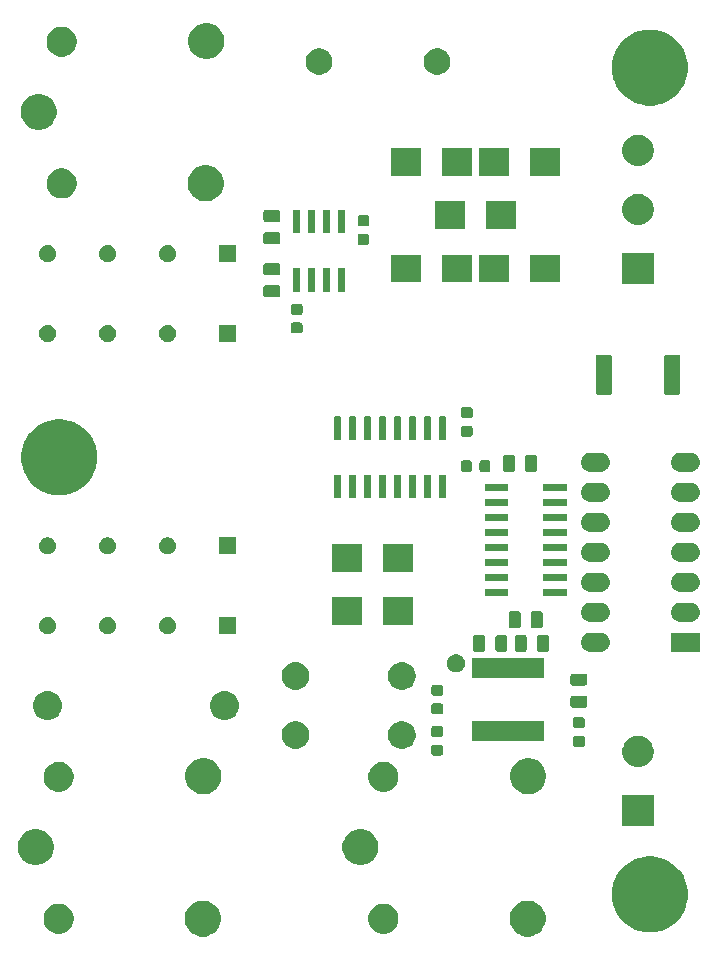
<source format=gbr>
%TF.GenerationSoftware,KiCad,Pcbnew,(5.1.5)-3*%
%TF.CreationDate,2020-01-18T20:12:57-08:00*%
%TF.ProjectId,Keithley1950,4b656974-686c-4657-9931-3935302e6b69,B*%
%TF.SameCoordinates,Original*%
%TF.FileFunction,Soldermask,Bot*%
%TF.FilePolarity,Negative*%
%FSLAX46Y46*%
G04 Gerber Fmt 4.6, Leading zero omitted, Abs format (unit mm)*
G04 Created by KiCad (PCBNEW (5.1.5)-3) date 2020-01-18 20:12:57*
%MOMM*%
%LPD*%
G04 APERTURE LIST*
%ADD10C,0.100000*%
G04 APERTURE END LIST*
D10*
G36*
X75093368Y-95588412D02*
G01*
X75369990Y-95702993D01*
X75618944Y-95869339D01*
X75830661Y-96081056D01*
X75997007Y-96330010D01*
X76111588Y-96606632D01*
X76170000Y-96900293D01*
X76170000Y-97199707D01*
X76111588Y-97493368D01*
X75997007Y-97769990D01*
X75830661Y-98018944D01*
X75618944Y-98230661D01*
X75369990Y-98397007D01*
X75093368Y-98511588D01*
X74799707Y-98570000D01*
X74500293Y-98570000D01*
X74206632Y-98511588D01*
X73930010Y-98397007D01*
X73681056Y-98230661D01*
X73469339Y-98018944D01*
X73302993Y-97769990D01*
X73188412Y-97493368D01*
X73130000Y-97199707D01*
X73130000Y-96900293D01*
X73188412Y-96606632D01*
X73302993Y-96330010D01*
X73469339Y-96081056D01*
X73681056Y-95869339D01*
X73930010Y-95702993D01*
X74206632Y-95588412D01*
X74500293Y-95530000D01*
X74799707Y-95530000D01*
X75093368Y-95588412D01*
G37*
G36*
X47593368Y-95588412D02*
G01*
X47869990Y-95702993D01*
X48118944Y-95869339D01*
X48330661Y-96081056D01*
X48497007Y-96330010D01*
X48611588Y-96606632D01*
X48670000Y-96900293D01*
X48670000Y-97199707D01*
X48611588Y-97493368D01*
X48497007Y-97769990D01*
X48330661Y-98018944D01*
X48118944Y-98230661D01*
X47869990Y-98397007D01*
X47593368Y-98511588D01*
X47299707Y-98570000D01*
X47000293Y-98570000D01*
X46706632Y-98511588D01*
X46430010Y-98397007D01*
X46181056Y-98230661D01*
X45969339Y-98018944D01*
X45802993Y-97769990D01*
X45688412Y-97493368D01*
X45630000Y-97199707D01*
X45630000Y-96900293D01*
X45688412Y-96606632D01*
X45802993Y-96330010D01*
X45969339Y-96081056D01*
X46181056Y-95869339D01*
X46430010Y-95702993D01*
X46706632Y-95588412D01*
X47000293Y-95530000D01*
X47299707Y-95530000D01*
X47593368Y-95588412D01*
G37*
G36*
X35320445Y-95828805D02*
G01*
X35320448Y-95828806D01*
X35320447Y-95828806D01*
X35551570Y-95924540D01*
X35759582Y-96063530D01*
X35936470Y-96240418D01*
X36075460Y-96448430D01*
X36096038Y-96498111D01*
X36171195Y-96679555D01*
X36220000Y-96924916D01*
X36220000Y-97175084D01*
X36171195Y-97420445D01*
X36171194Y-97420447D01*
X36075460Y-97651570D01*
X35936470Y-97859582D01*
X35759582Y-98036470D01*
X35759579Y-98036472D01*
X35759578Y-98036473D01*
X35656292Y-98105486D01*
X35551570Y-98175460D01*
X35372805Y-98249507D01*
X35320445Y-98271195D01*
X35075084Y-98320000D01*
X34824916Y-98320000D01*
X34579555Y-98271195D01*
X34527195Y-98249507D01*
X34348430Y-98175460D01*
X34243708Y-98105486D01*
X34140422Y-98036473D01*
X34140421Y-98036472D01*
X34140418Y-98036470D01*
X33963530Y-97859582D01*
X33824540Y-97651570D01*
X33728806Y-97420447D01*
X33728805Y-97420445D01*
X33680000Y-97175084D01*
X33680000Y-96924916D01*
X33728805Y-96679555D01*
X33803962Y-96498111D01*
X33824540Y-96448430D01*
X33963530Y-96240418D01*
X34140418Y-96063530D01*
X34348430Y-95924540D01*
X34579553Y-95828806D01*
X34579552Y-95828806D01*
X34579555Y-95828805D01*
X34824916Y-95780000D01*
X35075084Y-95780000D01*
X35320445Y-95828805D01*
G37*
G36*
X62820445Y-95828805D02*
G01*
X62820448Y-95828806D01*
X62820447Y-95828806D01*
X63051570Y-95924540D01*
X63259582Y-96063530D01*
X63436470Y-96240418D01*
X63575460Y-96448430D01*
X63596038Y-96498111D01*
X63671195Y-96679555D01*
X63720000Y-96924916D01*
X63720000Y-97175084D01*
X63671195Y-97420445D01*
X63671194Y-97420447D01*
X63575460Y-97651570D01*
X63436470Y-97859582D01*
X63259582Y-98036470D01*
X63259579Y-98036472D01*
X63259578Y-98036473D01*
X63156292Y-98105486D01*
X63051570Y-98175460D01*
X62872805Y-98249507D01*
X62820445Y-98271195D01*
X62575084Y-98320000D01*
X62324916Y-98320000D01*
X62079555Y-98271195D01*
X62027195Y-98249507D01*
X61848430Y-98175460D01*
X61743708Y-98105486D01*
X61640422Y-98036473D01*
X61640421Y-98036472D01*
X61640418Y-98036470D01*
X61463530Y-97859582D01*
X61324540Y-97651570D01*
X61228806Y-97420447D01*
X61228805Y-97420445D01*
X61180000Y-97175084D01*
X61180000Y-96924916D01*
X61228805Y-96679555D01*
X61303962Y-96498111D01*
X61324540Y-96448430D01*
X61463530Y-96240418D01*
X61640418Y-96063530D01*
X61848430Y-95924540D01*
X62079553Y-95828806D01*
X62079552Y-95828806D01*
X62079555Y-95828805D01*
X62324916Y-95780000D01*
X62575084Y-95780000D01*
X62820445Y-95828805D01*
G37*
G36*
X85420354Y-91800530D02*
G01*
X85939239Y-91903742D01*
X86232240Y-92025108D01*
X86525242Y-92146473D01*
X86906250Y-92401055D01*
X87052635Y-92498866D01*
X87501134Y-92947365D01*
X87520741Y-92976709D01*
X87853527Y-93474758D01*
X87893258Y-93570678D01*
X88096258Y-94060761D01*
X88220000Y-94682859D01*
X88220000Y-95317141D01*
X88096258Y-95939239D01*
X88037515Y-96081056D01*
X87853527Y-96525242D01*
X87602924Y-96900295D01*
X87501134Y-97052635D01*
X87052635Y-97501134D01*
X87020645Y-97522509D01*
X86525242Y-97853527D01*
X86232241Y-97974892D01*
X85939239Y-98096258D01*
X85420354Y-98199470D01*
X85317142Y-98220000D01*
X84682858Y-98220000D01*
X84579646Y-98199470D01*
X84060761Y-98096258D01*
X83767759Y-97974892D01*
X83474758Y-97853527D01*
X82979355Y-97522509D01*
X82947365Y-97501134D01*
X82498866Y-97052635D01*
X82397076Y-96900295D01*
X82146473Y-96525242D01*
X81962485Y-96081056D01*
X81903742Y-95939239D01*
X81780000Y-95317141D01*
X81780000Y-94682859D01*
X81903742Y-94060761D01*
X82106742Y-93570678D01*
X82146473Y-93474758D01*
X82479259Y-92976709D01*
X82498866Y-92947365D01*
X82947365Y-92498866D01*
X83093750Y-92401055D01*
X83474758Y-92146473D01*
X83767759Y-92025108D01*
X84060761Y-91903742D01*
X84579646Y-91800530D01*
X84682858Y-91780000D01*
X85317142Y-91780000D01*
X85420354Y-91800530D01*
G37*
G36*
X60943368Y-89538412D02*
G01*
X61219990Y-89652993D01*
X61468944Y-89819339D01*
X61680661Y-90031056D01*
X61847007Y-90280010D01*
X61961588Y-90556632D01*
X62020000Y-90850293D01*
X62020000Y-91149707D01*
X61961588Y-91443368D01*
X61847007Y-91719990D01*
X61680661Y-91968944D01*
X61468944Y-92180661D01*
X61219990Y-92347007D01*
X60943368Y-92461588D01*
X60649707Y-92520000D01*
X60350293Y-92520000D01*
X60056632Y-92461588D01*
X59780010Y-92347007D01*
X59531056Y-92180661D01*
X59319339Y-91968944D01*
X59152993Y-91719990D01*
X59038412Y-91443368D01*
X58980000Y-91149707D01*
X58980000Y-90850293D01*
X59038412Y-90556632D01*
X59152993Y-90280010D01*
X59319339Y-90031056D01*
X59531056Y-89819339D01*
X59780010Y-89652993D01*
X60056632Y-89538412D01*
X60350293Y-89480000D01*
X60649707Y-89480000D01*
X60943368Y-89538412D01*
G37*
G36*
X33443368Y-89538412D02*
G01*
X33719990Y-89652993D01*
X33968944Y-89819339D01*
X34180661Y-90031056D01*
X34347007Y-90280010D01*
X34461588Y-90556632D01*
X34520000Y-90850293D01*
X34520000Y-91149707D01*
X34461588Y-91443368D01*
X34347007Y-91719990D01*
X34180661Y-91968944D01*
X33968944Y-92180661D01*
X33719990Y-92347007D01*
X33443368Y-92461588D01*
X33149707Y-92520000D01*
X32850293Y-92520000D01*
X32556632Y-92461588D01*
X32280010Y-92347007D01*
X32031056Y-92180661D01*
X31819339Y-91968944D01*
X31652993Y-91719990D01*
X31538412Y-91443368D01*
X31480000Y-91149707D01*
X31480000Y-90850293D01*
X31538412Y-90556632D01*
X31652993Y-90280010D01*
X31819339Y-90031056D01*
X32031056Y-89819339D01*
X32280010Y-89652993D01*
X32556632Y-89538412D01*
X32850293Y-89480000D01*
X33149707Y-89480000D01*
X33443368Y-89538412D01*
G37*
G36*
X85320000Y-89204000D02*
G01*
X82680000Y-89204000D01*
X82680000Y-86564000D01*
X85320000Y-86564000D01*
X85320000Y-89204000D01*
G37*
G36*
X75143368Y-83538412D02*
G01*
X75419990Y-83652993D01*
X75668944Y-83819339D01*
X75880661Y-84031056D01*
X76047007Y-84280010D01*
X76161588Y-84556632D01*
X76220000Y-84850293D01*
X76220000Y-85149707D01*
X76161588Y-85443368D01*
X76047007Y-85719990D01*
X75880661Y-85968944D01*
X75668944Y-86180661D01*
X75419990Y-86347007D01*
X75143368Y-86461588D01*
X74849707Y-86520000D01*
X74550293Y-86520000D01*
X74256632Y-86461588D01*
X73980010Y-86347007D01*
X73731056Y-86180661D01*
X73519339Y-85968944D01*
X73352993Y-85719990D01*
X73238412Y-85443368D01*
X73180000Y-85149707D01*
X73180000Y-84850293D01*
X73238412Y-84556632D01*
X73352993Y-84280010D01*
X73519339Y-84031056D01*
X73731056Y-83819339D01*
X73980010Y-83652993D01*
X74256632Y-83538412D01*
X74550293Y-83480000D01*
X74849707Y-83480000D01*
X75143368Y-83538412D01*
G37*
G36*
X47643368Y-83538412D02*
G01*
X47919990Y-83652993D01*
X48168944Y-83819339D01*
X48380661Y-84031056D01*
X48547007Y-84280010D01*
X48661588Y-84556632D01*
X48720000Y-84850293D01*
X48720000Y-85149707D01*
X48661588Y-85443368D01*
X48547007Y-85719990D01*
X48380661Y-85968944D01*
X48168944Y-86180661D01*
X47919990Y-86347007D01*
X47643368Y-86461588D01*
X47349707Y-86520000D01*
X47050293Y-86520000D01*
X46756632Y-86461588D01*
X46480010Y-86347007D01*
X46231056Y-86180661D01*
X46019339Y-85968944D01*
X45852993Y-85719990D01*
X45738412Y-85443368D01*
X45680000Y-85149707D01*
X45680000Y-84850293D01*
X45738412Y-84556632D01*
X45852993Y-84280010D01*
X46019339Y-84031056D01*
X46231056Y-83819339D01*
X46480010Y-83652993D01*
X46756632Y-83538412D01*
X47050293Y-83480000D01*
X47349707Y-83480000D01*
X47643368Y-83538412D01*
G37*
G36*
X35320445Y-83828805D02*
G01*
X35320448Y-83828806D01*
X35320447Y-83828806D01*
X35551570Y-83924540D01*
X35551571Y-83924541D01*
X35744973Y-84053768D01*
X35759582Y-84063530D01*
X35936470Y-84240418D01*
X36075460Y-84448430D01*
X36120279Y-84556633D01*
X36171195Y-84679555D01*
X36220000Y-84924916D01*
X36220000Y-85175084D01*
X36171195Y-85420445D01*
X36171194Y-85420447D01*
X36075460Y-85651570D01*
X35936470Y-85859582D01*
X35759582Y-86036470D01*
X35551570Y-86175460D01*
X35372805Y-86249507D01*
X35320445Y-86271195D01*
X35075084Y-86320000D01*
X34824916Y-86320000D01*
X34579555Y-86271195D01*
X34527195Y-86249507D01*
X34348430Y-86175460D01*
X34140418Y-86036470D01*
X33963530Y-85859582D01*
X33824540Y-85651570D01*
X33728806Y-85420447D01*
X33728805Y-85420445D01*
X33680000Y-85175084D01*
X33680000Y-84924916D01*
X33728805Y-84679555D01*
X33779721Y-84556633D01*
X33824540Y-84448430D01*
X33963530Y-84240418D01*
X34140418Y-84063530D01*
X34155028Y-84053768D01*
X34348429Y-83924541D01*
X34348430Y-83924540D01*
X34579553Y-83828806D01*
X34579552Y-83828806D01*
X34579555Y-83828805D01*
X34824916Y-83780000D01*
X35075084Y-83780000D01*
X35320445Y-83828805D01*
G37*
G36*
X62820445Y-83828805D02*
G01*
X62820448Y-83828806D01*
X62820447Y-83828806D01*
X63051570Y-83924540D01*
X63051571Y-83924541D01*
X63244973Y-84053768D01*
X63259582Y-84063530D01*
X63436470Y-84240418D01*
X63575460Y-84448430D01*
X63620279Y-84556633D01*
X63671195Y-84679555D01*
X63720000Y-84924916D01*
X63720000Y-85175084D01*
X63671195Y-85420445D01*
X63671194Y-85420447D01*
X63575460Y-85651570D01*
X63436470Y-85859582D01*
X63259582Y-86036470D01*
X63051570Y-86175460D01*
X62872805Y-86249507D01*
X62820445Y-86271195D01*
X62575084Y-86320000D01*
X62324916Y-86320000D01*
X62079555Y-86271195D01*
X62027195Y-86249507D01*
X61848430Y-86175460D01*
X61640418Y-86036470D01*
X61463530Y-85859582D01*
X61324540Y-85651570D01*
X61228806Y-85420447D01*
X61228805Y-85420445D01*
X61180000Y-85175084D01*
X61180000Y-84924916D01*
X61228805Y-84679555D01*
X61279721Y-84556633D01*
X61324540Y-84448430D01*
X61463530Y-84240418D01*
X61640418Y-84063530D01*
X61655028Y-84053768D01*
X61848429Y-83924541D01*
X61848430Y-83924540D01*
X62079553Y-83828806D01*
X62079552Y-83828806D01*
X62079555Y-83828805D01*
X62324916Y-83780000D01*
X62575084Y-83780000D01*
X62820445Y-83828805D01*
G37*
G36*
X84210446Y-81580000D02*
G01*
X84385029Y-81614726D01*
X84462942Y-81646999D01*
X84625255Y-81714231D01*
X84699923Y-81764123D01*
X84841456Y-81858692D01*
X85025308Y-82042544D01*
X85033098Y-82054203D01*
X85169769Y-82258745D01*
X85227035Y-82396999D01*
X85269274Y-82498971D01*
X85320000Y-82753993D01*
X85320000Y-83014007D01*
X85269274Y-83269029D01*
X85232517Y-83357768D01*
X85169769Y-83509255D01*
X85073726Y-83652993D01*
X85025308Y-83725456D01*
X84841456Y-83909308D01*
X84818658Y-83924541D01*
X84625255Y-84053769D01*
X84473768Y-84116517D01*
X84385029Y-84153274D01*
X84214629Y-84187168D01*
X84130009Y-84204000D01*
X83869991Y-84204000D01*
X83785371Y-84187168D01*
X83614971Y-84153274D01*
X83526232Y-84116517D01*
X83374745Y-84053769D01*
X83181342Y-83924541D01*
X83158544Y-83909308D01*
X82974692Y-83725456D01*
X82926274Y-83652993D01*
X82830231Y-83509255D01*
X82767483Y-83357768D01*
X82730726Y-83269029D01*
X82680000Y-83014007D01*
X82680000Y-82753993D01*
X82730726Y-82498971D01*
X82772965Y-82396999D01*
X82830231Y-82258745D01*
X82966902Y-82054203D01*
X82974692Y-82042544D01*
X83158544Y-81858692D01*
X83300077Y-81764123D01*
X83374745Y-81714231D01*
X83537058Y-81646999D01*
X83614971Y-81614726D01*
X83789554Y-81580000D01*
X83869991Y-81564000D01*
X84130009Y-81564000D01*
X84210446Y-81580000D01*
G37*
G36*
X67349024Y-82333934D02*
G01*
X67382933Y-82344220D01*
X67414196Y-82360930D01*
X67441589Y-82383411D01*
X67464070Y-82410804D01*
X67480780Y-82442067D01*
X67491066Y-82475976D01*
X67495000Y-82515921D01*
X67495000Y-83059079D01*
X67491066Y-83099024D01*
X67480780Y-83132933D01*
X67464070Y-83164196D01*
X67441589Y-83191589D01*
X67414196Y-83214070D01*
X67382933Y-83230780D01*
X67349024Y-83241066D01*
X67309079Y-83245000D01*
X66690921Y-83245000D01*
X66650976Y-83241066D01*
X66617067Y-83230780D01*
X66585804Y-83214070D01*
X66558411Y-83191589D01*
X66535930Y-83164196D01*
X66519220Y-83132933D01*
X66508934Y-83099024D01*
X66505000Y-83059079D01*
X66505000Y-82515921D01*
X66508934Y-82475976D01*
X66519220Y-82442067D01*
X66535930Y-82410804D01*
X66558411Y-82383411D01*
X66585804Y-82360930D01*
X66617067Y-82344220D01*
X66650976Y-82333934D01*
X66690921Y-82330000D01*
X67309079Y-82330000D01*
X67349024Y-82333934D01*
G37*
G36*
X55136852Y-80334300D02*
G01*
X55341278Y-80374963D01*
X55554202Y-80463159D01*
X55745836Y-80591205D01*
X55908795Y-80754164D01*
X56036841Y-80945798D01*
X56125037Y-81158722D01*
X56125037Y-81158724D01*
X56170000Y-81384765D01*
X56170000Y-81615235D01*
X56165259Y-81639070D01*
X56125037Y-81841278D01*
X56036841Y-82054202D01*
X55908795Y-82245836D01*
X55745836Y-82408795D01*
X55554202Y-82536841D01*
X55341278Y-82625037D01*
X55190582Y-82655012D01*
X55115235Y-82670000D01*
X54884765Y-82670000D01*
X54809418Y-82655012D01*
X54658722Y-82625037D01*
X54445798Y-82536841D01*
X54254164Y-82408795D01*
X54091205Y-82245836D01*
X53963159Y-82054202D01*
X53874963Y-81841278D01*
X53834741Y-81639070D01*
X53830000Y-81615235D01*
X53830000Y-81384765D01*
X53874963Y-81158724D01*
X53874963Y-81158722D01*
X53963159Y-80945798D01*
X54091205Y-80754164D01*
X54254164Y-80591205D01*
X54445798Y-80463159D01*
X54658722Y-80374963D01*
X54863148Y-80334300D01*
X54884765Y-80330000D01*
X55115235Y-80330000D01*
X55136852Y-80334300D01*
G37*
G36*
X64136852Y-80334300D02*
G01*
X64341278Y-80374963D01*
X64554202Y-80463159D01*
X64745836Y-80591205D01*
X64908795Y-80754164D01*
X65036841Y-80945798D01*
X65125037Y-81158722D01*
X65125037Y-81158724D01*
X65170000Y-81384765D01*
X65170000Y-81615235D01*
X65165259Y-81639070D01*
X65125037Y-81841278D01*
X65036841Y-82054202D01*
X64908795Y-82245836D01*
X64745836Y-82408795D01*
X64554202Y-82536841D01*
X64341278Y-82625037D01*
X64190582Y-82655012D01*
X64115235Y-82670000D01*
X63884765Y-82670000D01*
X63809418Y-82655012D01*
X63658722Y-82625037D01*
X63445798Y-82536841D01*
X63254164Y-82408795D01*
X63091205Y-82245836D01*
X62963159Y-82054202D01*
X62874963Y-81841278D01*
X62834741Y-81639070D01*
X62830000Y-81615235D01*
X62830000Y-81384765D01*
X62874963Y-81158724D01*
X62874963Y-81158722D01*
X62963159Y-80945798D01*
X63091205Y-80754164D01*
X63254164Y-80591205D01*
X63445798Y-80463159D01*
X63658722Y-80374963D01*
X63863148Y-80334300D01*
X63884765Y-80330000D01*
X64115235Y-80330000D01*
X64136852Y-80334300D01*
G37*
G36*
X79349024Y-81583934D02*
G01*
X79382933Y-81594220D01*
X79414196Y-81610930D01*
X79441589Y-81633411D01*
X79464070Y-81660804D01*
X79480780Y-81692067D01*
X79491066Y-81725976D01*
X79495000Y-81765921D01*
X79495000Y-82309079D01*
X79491066Y-82349024D01*
X79480780Y-82382933D01*
X79464070Y-82414196D01*
X79441589Y-82441589D01*
X79414196Y-82464070D01*
X79382933Y-82480780D01*
X79349024Y-82491066D01*
X79309079Y-82495000D01*
X78690921Y-82495000D01*
X78650976Y-82491066D01*
X78617067Y-82480780D01*
X78585804Y-82464070D01*
X78558411Y-82441589D01*
X78535930Y-82414196D01*
X78519220Y-82382933D01*
X78508934Y-82349024D01*
X78505000Y-82309079D01*
X78505000Y-81765921D01*
X78508934Y-81725976D01*
X78519220Y-81692067D01*
X78535930Y-81660804D01*
X78558411Y-81633411D01*
X78585804Y-81610930D01*
X78617067Y-81594220D01*
X78650976Y-81583934D01*
X78690921Y-81580000D01*
X79309079Y-81580000D01*
X79349024Y-81583934D01*
G37*
G36*
X76082500Y-81974300D02*
G01*
X69917500Y-81974300D01*
X69917500Y-80334300D01*
X76082500Y-80334300D01*
X76082500Y-81974300D01*
G37*
G36*
X67349024Y-80758934D02*
G01*
X67382933Y-80769220D01*
X67414196Y-80785930D01*
X67441589Y-80808411D01*
X67464070Y-80835804D01*
X67480780Y-80867067D01*
X67491066Y-80900976D01*
X67495000Y-80940921D01*
X67495000Y-81484079D01*
X67491066Y-81524024D01*
X67480780Y-81557933D01*
X67464070Y-81589196D01*
X67441589Y-81616589D01*
X67414196Y-81639070D01*
X67382933Y-81655780D01*
X67349024Y-81666066D01*
X67309079Y-81670000D01*
X66690921Y-81670000D01*
X66650976Y-81666066D01*
X66617067Y-81655780D01*
X66585804Y-81639070D01*
X66558411Y-81616589D01*
X66535930Y-81589196D01*
X66519220Y-81557933D01*
X66508934Y-81524024D01*
X66505000Y-81484079D01*
X66505000Y-80940921D01*
X66508934Y-80900976D01*
X66519220Y-80867067D01*
X66535930Y-80835804D01*
X66558411Y-80808411D01*
X66585804Y-80785930D01*
X66617067Y-80769220D01*
X66650976Y-80758934D01*
X66690921Y-80755000D01*
X67309079Y-80755000D01*
X67349024Y-80758934D01*
G37*
G36*
X79349024Y-80008934D02*
G01*
X79382933Y-80019220D01*
X79414196Y-80035930D01*
X79441589Y-80058411D01*
X79464070Y-80085804D01*
X79480780Y-80117067D01*
X79491066Y-80150976D01*
X79495000Y-80190921D01*
X79495000Y-80734079D01*
X79491066Y-80774024D01*
X79480780Y-80807933D01*
X79464070Y-80839196D01*
X79441589Y-80866589D01*
X79414196Y-80889070D01*
X79382933Y-80905780D01*
X79349024Y-80916066D01*
X79309079Y-80920000D01*
X78690921Y-80920000D01*
X78650976Y-80916066D01*
X78617067Y-80905780D01*
X78585804Y-80889070D01*
X78558411Y-80866589D01*
X78535930Y-80839196D01*
X78519220Y-80807933D01*
X78508934Y-80774024D01*
X78505000Y-80734079D01*
X78505000Y-80190921D01*
X78508934Y-80150976D01*
X78519220Y-80117067D01*
X78535930Y-80085804D01*
X78558411Y-80058411D01*
X78585804Y-80035930D01*
X78617067Y-80019220D01*
X78650976Y-80008934D01*
X78690921Y-80005000D01*
X79309079Y-80005000D01*
X79349024Y-80008934D01*
G37*
G36*
X34198369Y-77795557D02*
G01*
X34355860Y-77826883D01*
X34437876Y-77860856D01*
X34577887Y-77918850D01*
X34742422Y-78028789D01*
X34777709Y-78052367D01*
X34947633Y-78222291D01*
X34947635Y-78222294D01*
X34947636Y-78222295D01*
X35081150Y-78422113D01*
X35139144Y-78562124D01*
X35173117Y-78644140D01*
X35204443Y-78801631D01*
X35220000Y-78879840D01*
X35220000Y-79120160D01*
X35208321Y-79178876D01*
X35173117Y-79355860D01*
X35139144Y-79437876D01*
X35081150Y-79577887D01*
X34947636Y-79777705D01*
X34947633Y-79777709D01*
X34777709Y-79947633D01*
X34777706Y-79947635D01*
X34777705Y-79947636D01*
X34577887Y-80081150D01*
X34437876Y-80139144D01*
X34355860Y-80173117D01*
X34198369Y-80204443D01*
X34120160Y-80220000D01*
X33879840Y-80220000D01*
X33801631Y-80204443D01*
X33644140Y-80173117D01*
X33562124Y-80139144D01*
X33422113Y-80081150D01*
X33222295Y-79947636D01*
X33222294Y-79947635D01*
X33222291Y-79947633D01*
X33052367Y-79777709D01*
X33052364Y-79777705D01*
X32918850Y-79577887D01*
X32860856Y-79437876D01*
X32826883Y-79355860D01*
X32791679Y-79178876D01*
X32780000Y-79120160D01*
X32780000Y-78879840D01*
X32795557Y-78801631D01*
X32826883Y-78644140D01*
X32860856Y-78562124D01*
X32918850Y-78422113D01*
X33052364Y-78222295D01*
X33052365Y-78222294D01*
X33052367Y-78222291D01*
X33222291Y-78052367D01*
X33257578Y-78028789D01*
X33422113Y-77918850D01*
X33562124Y-77860856D01*
X33644140Y-77826883D01*
X33801631Y-77795557D01*
X33879840Y-77780000D01*
X34120160Y-77780000D01*
X34198369Y-77795557D01*
G37*
G36*
X49198369Y-77795557D02*
G01*
X49355860Y-77826883D01*
X49437876Y-77860856D01*
X49577887Y-77918850D01*
X49742422Y-78028789D01*
X49777709Y-78052367D01*
X49947633Y-78222291D01*
X49947635Y-78222294D01*
X49947636Y-78222295D01*
X50081150Y-78422113D01*
X50139144Y-78562124D01*
X50173117Y-78644140D01*
X50204443Y-78801631D01*
X50220000Y-78879840D01*
X50220000Y-79120160D01*
X50208321Y-79178876D01*
X50173117Y-79355860D01*
X50139144Y-79437876D01*
X50081150Y-79577887D01*
X49947636Y-79777705D01*
X49947633Y-79777709D01*
X49777709Y-79947633D01*
X49777706Y-79947635D01*
X49777705Y-79947636D01*
X49577887Y-80081150D01*
X49437876Y-80139144D01*
X49355860Y-80173117D01*
X49198369Y-80204443D01*
X49120160Y-80220000D01*
X48879840Y-80220000D01*
X48801631Y-80204443D01*
X48644140Y-80173117D01*
X48562124Y-80139144D01*
X48422113Y-80081150D01*
X48222295Y-79947636D01*
X48222294Y-79947635D01*
X48222291Y-79947633D01*
X48052367Y-79777709D01*
X48052364Y-79777705D01*
X47918850Y-79577887D01*
X47860856Y-79437876D01*
X47826883Y-79355860D01*
X47791679Y-79178876D01*
X47780000Y-79120160D01*
X47780000Y-78879840D01*
X47795557Y-78801631D01*
X47826883Y-78644140D01*
X47860856Y-78562124D01*
X47918850Y-78422113D01*
X48052364Y-78222295D01*
X48052365Y-78222294D01*
X48052367Y-78222291D01*
X48222291Y-78052367D01*
X48257578Y-78028789D01*
X48422113Y-77918850D01*
X48562124Y-77860856D01*
X48644140Y-77826883D01*
X48801631Y-77795557D01*
X48879840Y-77780000D01*
X49120160Y-77780000D01*
X49198369Y-77795557D01*
G37*
G36*
X67349024Y-78833934D02*
G01*
X67382933Y-78844220D01*
X67414196Y-78860930D01*
X67441589Y-78883411D01*
X67464070Y-78910804D01*
X67480780Y-78942067D01*
X67491066Y-78975976D01*
X67495000Y-79015921D01*
X67495000Y-79559079D01*
X67491066Y-79599024D01*
X67480780Y-79632933D01*
X67464070Y-79664196D01*
X67441589Y-79691589D01*
X67414196Y-79714070D01*
X67382933Y-79730780D01*
X67349024Y-79741066D01*
X67309079Y-79745000D01*
X66690921Y-79745000D01*
X66650976Y-79741066D01*
X66617067Y-79730780D01*
X66585804Y-79714070D01*
X66558411Y-79691589D01*
X66535930Y-79664196D01*
X66519220Y-79632933D01*
X66508934Y-79599024D01*
X66505000Y-79559079D01*
X66505000Y-79015921D01*
X66508934Y-78975976D01*
X66519220Y-78942067D01*
X66535930Y-78910804D01*
X66558411Y-78883411D01*
X66585804Y-78860930D01*
X66617067Y-78844220D01*
X66650976Y-78833934D01*
X66690921Y-78830000D01*
X67309079Y-78830000D01*
X67349024Y-78833934D01*
G37*
G36*
X79553901Y-78184414D02*
G01*
X79592502Y-78196124D01*
X79628080Y-78215141D01*
X79659266Y-78240734D01*
X79684859Y-78271920D01*
X79703876Y-78307498D01*
X79715586Y-78346099D01*
X79720000Y-78390921D01*
X79720000Y-78984079D01*
X79715586Y-79028901D01*
X79703876Y-79067502D01*
X79684859Y-79103080D01*
X79659266Y-79134266D01*
X79628080Y-79159859D01*
X79592502Y-79178876D01*
X79553901Y-79190586D01*
X79509079Y-79195000D01*
X78490921Y-79195000D01*
X78446099Y-79190586D01*
X78407498Y-79178876D01*
X78371920Y-79159859D01*
X78340734Y-79134266D01*
X78315141Y-79103080D01*
X78296124Y-79067502D01*
X78284414Y-79028901D01*
X78280000Y-78984079D01*
X78280000Y-78390921D01*
X78284414Y-78346099D01*
X78296124Y-78307498D01*
X78315141Y-78271920D01*
X78340734Y-78240734D01*
X78371920Y-78215141D01*
X78407498Y-78196124D01*
X78446099Y-78184414D01*
X78490921Y-78180000D01*
X79509079Y-78180000D01*
X79553901Y-78184414D01*
G37*
G36*
X67349024Y-77258934D02*
G01*
X67382933Y-77269220D01*
X67414196Y-77285930D01*
X67441589Y-77308411D01*
X67464070Y-77335804D01*
X67480780Y-77367067D01*
X67491066Y-77400976D01*
X67495000Y-77440921D01*
X67495000Y-77984079D01*
X67491066Y-78024024D01*
X67480780Y-78057933D01*
X67464070Y-78089196D01*
X67441589Y-78116589D01*
X67414196Y-78139070D01*
X67382933Y-78155780D01*
X67349024Y-78166066D01*
X67309079Y-78170000D01*
X66690921Y-78170000D01*
X66650976Y-78166066D01*
X66617067Y-78155780D01*
X66585804Y-78139070D01*
X66558411Y-78116589D01*
X66535930Y-78089196D01*
X66519220Y-78057933D01*
X66508934Y-78024024D01*
X66505000Y-77984079D01*
X66505000Y-77440921D01*
X66508934Y-77400976D01*
X66519220Y-77367067D01*
X66535930Y-77335804D01*
X66558411Y-77308411D01*
X66585804Y-77285930D01*
X66617067Y-77269220D01*
X66650976Y-77258934D01*
X66690921Y-77255000D01*
X67309079Y-77255000D01*
X67349024Y-77258934D01*
G37*
G36*
X64190582Y-75344988D02*
G01*
X64341278Y-75374963D01*
X64554202Y-75463159D01*
X64745836Y-75591205D01*
X64908795Y-75754164D01*
X65036841Y-75945798D01*
X65125037Y-76158722D01*
X65170000Y-76384766D01*
X65170000Y-76615234D01*
X65125037Y-76841278D01*
X65036841Y-77054202D01*
X64908795Y-77245836D01*
X64745836Y-77408795D01*
X64554202Y-77536841D01*
X64341278Y-77625037D01*
X64190582Y-77655012D01*
X64115235Y-77670000D01*
X63884765Y-77670000D01*
X63809418Y-77655012D01*
X63658722Y-77625037D01*
X63445798Y-77536841D01*
X63254164Y-77408795D01*
X63091205Y-77245836D01*
X62963159Y-77054202D01*
X62874963Y-76841278D01*
X62830000Y-76615234D01*
X62830000Y-76384766D01*
X62874963Y-76158722D01*
X62963159Y-75945798D01*
X63091205Y-75754164D01*
X63254164Y-75591205D01*
X63445798Y-75463159D01*
X63658722Y-75374963D01*
X63809418Y-75344988D01*
X63884765Y-75330000D01*
X64115235Y-75330000D01*
X64190582Y-75344988D01*
G37*
G36*
X55190582Y-75344988D02*
G01*
X55341278Y-75374963D01*
X55554202Y-75463159D01*
X55745836Y-75591205D01*
X55908795Y-75754164D01*
X56036841Y-75945798D01*
X56125037Y-76158722D01*
X56170000Y-76384766D01*
X56170000Y-76615234D01*
X56125037Y-76841278D01*
X56036841Y-77054202D01*
X55908795Y-77245836D01*
X55745836Y-77408795D01*
X55554202Y-77536841D01*
X55341278Y-77625037D01*
X55190582Y-77655012D01*
X55115235Y-77670000D01*
X54884765Y-77670000D01*
X54809418Y-77655012D01*
X54658722Y-77625037D01*
X54445798Y-77536841D01*
X54254164Y-77408795D01*
X54091205Y-77245836D01*
X53963159Y-77054202D01*
X53874963Y-76841278D01*
X53830000Y-76615234D01*
X53830000Y-76384766D01*
X53874963Y-76158722D01*
X53963159Y-75945798D01*
X54091205Y-75754164D01*
X54254164Y-75591205D01*
X54445798Y-75463159D01*
X54658722Y-75374963D01*
X54809418Y-75344988D01*
X54884765Y-75330000D01*
X55115235Y-75330000D01*
X55190582Y-75344988D01*
G37*
G36*
X79553901Y-76309414D02*
G01*
X79592502Y-76321124D01*
X79628080Y-76340141D01*
X79659266Y-76365734D01*
X79684859Y-76396920D01*
X79703876Y-76432498D01*
X79715586Y-76471099D01*
X79720000Y-76515921D01*
X79720000Y-77109079D01*
X79715586Y-77153901D01*
X79703876Y-77192502D01*
X79684859Y-77228080D01*
X79659266Y-77259266D01*
X79628080Y-77284859D01*
X79592502Y-77303876D01*
X79553901Y-77315586D01*
X79509079Y-77320000D01*
X78490921Y-77320000D01*
X78446099Y-77315586D01*
X78407498Y-77303876D01*
X78371920Y-77284859D01*
X78340734Y-77259266D01*
X78315141Y-77228080D01*
X78296124Y-77192502D01*
X78284414Y-77153901D01*
X78280000Y-77109079D01*
X78280000Y-76515921D01*
X78284414Y-76471099D01*
X78296124Y-76432498D01*
X78315141Y-76396920D01*
X78340734Y-76365734D01*
X78371920Y-76340141D01*
X78407498Y-76321124D01*
X78446099Y-76309414D01*
X78490921Y-76305000D01*
X79509079Y-76305000D01*
X79553901Y-76309414D01*
G37*
G36*
X76082500Y-76665700D02*
G01*
X69917500Y-76665700D01*
X69917500Y-75025700D01*
X76082500Y-75025700D01*
X76082500Y-76665700D01*
G37*
G36*
X68804601Y-74697590D02*
G01*
X68926137Y-74747933D01*
X68944735Y-74755636D01*
X69007933Y-74797865D01*
X69070847Y-74839902D01*
X69178098Y-74947153D01*
X69220135Y-75010067D01*
X69262364Y-75073265D01*
X69262365Y-75073268D01*
X69320410Y-75213399D01*
X69350000Y-75362162D01*
X69350000Y-75513838D01*
X69320410Y-75662601D01*
X69270067Y-75784137D01*
X69262364Y-75802735D01*
X69220135Y-75865933D01*
X69178098Y-75928847D01*
X69070847Y-76036098D01*
X69007933Y-76078135D01*
X68944735Y-76120364D01*
X68926137Y-76128067D01*
X68804601Y-76178410D01*
X68655838Y-76208000D01*
X68504162Y-76208000D01*
X68355399Y-76178410D01*
X68233863Y-76128067D01*
X68215265Y-76120364D01*
X68152067Y-76078135D01*
X68089153Y-76036098D01*
X67981902Y-75928847D01*
X67939865Y-75865933D01*
X67897636Y-75802735D01*
X67889933Y-75784137D01*
X67839590Y-75662601D01*
X67810000Y-75513838D01*
X67810000Y-75362162D01*
X67839590Y-75213399D01*
X67897635Y-75073268D01*
X67897636Y-75073265D01*
X67939865Y-75010067D01*
X67981902Y-74947153D01*
X68089153Y-74839902D01*
X68152067Y-74797865D01*
X68215265Y-74755636D01*
X68233863Y-74747933D01*
X68355399Y-74697590D01*
X68504162Y-74668000D01*
X68655838Y-74668000D01*
X68804601Y-74697590D01*
G37*
G36*
X80940748Y-72851865D02*
G01*
X80940750Y-72851866D01*
X80940753Y-72851866D01*
X81095315Y-72898752D01*
X81095318Y-72898754D01*
X81095319Y-72898754D01*
X81237772Y-72974896D01*
X81362633Y-73077367D01*
X81465104Y-73202228D01*
X81508678Y-73283750D01*
X81541248Y-73344685D01*
X81588134Y-73499247D01*
X81588134Y-73499250D01*
X81588135Y-73499252D01*
X81603967Y-73660000D01*
X81588135Y-73820748D01*
X81588134Y-73820750D01*
X81588134Y-73820753D01*
X81541248Y-73975315D01*
X81541246Y-73975318D01*
X81541246Y-73975319D01*
X81465104Y-74117772D01*
X81362633Y-74242633D01*
X81237772Y-74345104D01*
X81117732Y-74409266D01*
X81095315Y-74421248D01*
X80940753Y-74468134D01*
X80940750Y-74468134D01*
X80940748Y-74468135D01*
X80820278Y-74480000D01*
X79939722Y-74480000D01*
X79819252Y-74468135D01*
X79819250Y-74468134D01*
X79819247Y-74468134D01*
X79664685Y-74421248D01*
X79642268Y-74409266D01*
X79522228Y-74345104D01*
X79397367Y-74242633D01*
X79294896Y-74117772D01*
X79218754Y-73975319D01*
X79218754Y-73975318D01*
X79218752Y-73975315D01*
X79171866Y-73820753D01*
X79171866Y-73820750D01*
X79171865Y-73820748D01*
X79156033Y-73660000D01*
X79171865Y-73499252D01*
X79171866Y-73499250D01*
X79171866Y-73499247D01*
X79218752Y-73344685D01*
X79251322Y-73283750D01*
X79294896Y-73202228D01*
X79397367Y-73077367D01*
X79522228Y-72974896D01*
X79664681Y-72898754D01*
X79664682Y-72898754D01*
X79664685Y-72898752D01*
X79819247Y-72851866D01*
X79819250Y-72851866D01*
X79819252Y-72851865D01*
X79939722Y-72840000D01*
X80820278Y-72840000D01*
X80940748Y-72851865D01*
G37*
G36*
X89220000Y-74480000D02*
G01*
X86780000Y-74480000D01*
X86780000Y-72840000D01*
X89220000Y-72840000D01*
X89220000Y-74480000D01*
G37*
G36*
X70903901Y-73034414D02*
G01*
X70942502Y-73046124D01*
X70978080Y-73065141D01*
X71009266Y-73090734D01*
X71034859Y-73121920D01*
X71053876Y-73157498D01*
X71065586Y-73196099D01*
X71070000Y-73240921D01*
X71070000Y-74259079D01*
X71065586Y-74303901D01*
X71053876Y-74342502D01*
X71034859Y-74378080D01*
X71009266Y-74409266D01*
X70978080Y-74434859D01*
X70942502Y-74453876D01*
X70903901Y-74465586D01*
X70859079Y-74470000D01*
X70265921Y-74470000D01*
X70221099Y-74465586D01*
X70182498Y-74453876D01*
X70146920Y-74434859D01*
X70115734Y-74409266D01*
X70090141Y-74378080D01*
X70071124Y-74342502D01*
X70059414Y-74303901D01*
X70055000Y-74259079D01*
X70055000Y-73240921D01*
X70059414Y-73196099D01*
X70071124Y-73157498D01*
X70090141Y-73121920D01*
X70115734Y-73090734D01*
X70146920Y-73065141D01*
X70182498Y-73046124D01*
X70221099Y-73034414D01*
X70265921Y-73030000D01*
X70859079Y-73030000D01*
X70903901Y-73034414D01*
G37*
G36*
X74403901Y-73034414D02*
G01*
X74442502Y-73046124D01*
X74478080Y-73065141D01*
X74509266Y-73090734D01*
X74534859Y-73121920D01*
X74553876Y-73157498D01*
X74565586Y-73196099D01*
X74570000Y-73240921D01*
X74570000Y-74259079D01*
X74565586Y-74303901D01*
X74553876Y-74342502D01*
X74534859Y-74378080D01*
X74509266Y-74409266D01*
X74478080Y-74434859D01*
X74442502Y-74453876D01*
X74403901Y-74465586D01*
X74359079Y-74470000D01*
X73765921Y-74470000D01*
X73721099Y-74465586D01*
X73682498Y-74453876D01*
X73646920Y-74434859D01*
X73615734Y-74409266D01*
X73590141Y-74378080D01*
X73571124Y-74342502D01*
X73559414Y-74303901D01*
X73555000Y-74259079D01*
X73555000Y-73240921D01*
X73559414Y-73196099D01*
X73571124Y-73157498D01*
X73590141Y-73121920D01*
X73615734Y-73090734D01*
X73646920Y-73065141D01*
X73682498Y-73046124D01*
X73721099Y-73034414D01*
X73765921Y-73030000D01*
X74359079Y-73030000D01*
X74403901Y-73034414D01*
G37*
G36*
X72778901Y-73034414D02*
G01*
X72817502Y-73046124D01*
X72853080Y-73065141D01*
X72884266Y-73090734D01*
X72909859Y-73121920D01*
X72928876Y-73157498D01*
X72940586Y-73196099D01*
X72945000Y-73240921D01*
X72945000Y-74259079D01*
X72940586Y-74303901D01*
X72928876Y-74342502D01*
X72909859Y-74378080D01*
X72884266Y-74409266D01*
X72853080Y-74434859D01*
X72817502Y-74453876D01*
X72778901Y-74465586D01*
X72734079Y-74470000D01*
X72140921Y-74470000D01*
X72096099Y-74465586D01*
X72057498Y-74453876D01*
X72021920Y-74434859D01*
X71990734Y-74409266D01*
X71965141Y-74378080D01*
X71946124Y-74342502D01*
X71934414Y-74303901D01*
X71930000Y-74259079D01*
X71930000Y-73240921D01*
X71934414Y-73196099D01*
X71946124Y-73157498D01*
X71965141Y-73121920D01*
X71990734Y-73090734D01*
X72021920Y-73065141D01*
X72057498Y-73046124D01*
X72096099Y-73034414D01*
X72140921Y-73030000D01*
X72734079Y-73030000D01*
X72778901Y-73034414D01*
G37*
G36*
X76278901Y-73034414D02*
G01*
X76317502Y-73046124D01*
X76353080Y-73065141D01*
X76384266Y-73090734D01*
X76409859Y-73121920D01*
X76428876Y-73157498D01*
X76440586Y-73196099D01*
X76445000Y-73240921D01*
X76445000Y-74259079D01*
X76440586Y-74303901D01*
X76428876Y-74342502D01*
X76409859Y-74378080D01*
X76384266Y-74409266D01*
X76353080Y-74434859D01*
X76317502Y-74453876D01*
X76278901Y-74465586D01*
X76234079Y-74470000D01*
X75640921Y-74470000D01*
X75596099Y-74465586D01*
X75557498Y-74453876D01*
X75521920Y-74434859D01*
X75490734Y-74409266D01*
X75465141Y-74378080D01*
X75446124Y-74342502D01*
X75434414Y-74303901D01*
X75430000Y-74259079D01*
X75430000Y-73240921D01*
X75434414Y-73196099D01*
X75446124Y-73157498D01*
X75465141Y-73121920D01*
X75490734Y-73090734D01*
X75521920Y-73065141D01*
X75557498Y-73046124D01*
X75596099Y-73034414D01*
X75640921Y-73030000D01*
X76234079Y-73030000D01*
X76278901Y-73034414D01*
G37*
G36*
X44380016Y-71557669D02*
G01*
X44511048Y-71611944D01*
X44628973Y-71690739D01*
X44729261Y-71791027D01*
X44808056Y-71908952D01*
X44862331Y-72039984D01*
X44890000Y-72179086D01*
X44890000Y-72320914D01*
X44862331Y-72460016D01*
X44808056Y-72591048D01*
X44729261Y-72708973D01*
X44628973Y-72809261D01*
X44511048Y-72888056D01*
X44380016Y-72942331D01*
X44240914Y-72970000D01*
X44099086Y-72970000D01*
X43959984Y-72942331D01*
X43828952Y-72888056D01*
X43711027Y-72809261D01*
X43610739Y-72708973D01*
X43531944Y-72591048D01*
X43477669Y-72460016D01*
X43450000Y-72320914D01*
X43450000Y-72179086D01*
X43477669Y-72039984D01*
X43531944Y-71908952D01*
X43610739Y-71791027D01*
X43711027Y-71690739D01*
X43828952Y-71611944D01*
X43959984Y-71557669D01*
X44099086Y-71530000D01*
X44240914Y-71530000D01*
X44380016Y-71557669D01*
G37*
G36*
X49970000Y-72970000D02*
G01*
X48530000Y-72970000D01*
X48530000Y-71530000D01*
X49970000Y-71530000D01*
X49970000Y-72970000D01*
G37*
G36*
X34220016Y-71557669D02*
G01*
X34351048Y-71611944D01*
X34468973Y-71690739D01*
X34569261Y-71791027D01*
X34648056Y-71908952D01*
X34702331Y-72039984D01*
X34730000Y-72179086D01*
X34730000Y-72320914D01*
X34702331Y-72460016D01*
X34648056Y-72591048D01*
X34569261Y-72708973D01*
X34468973Y-72809261D01*
X34351048Y-72888056D01*
X34220016Y-72942331D01*
X34080914Y-72970000D01*
X33939086Y-72970000D01*
X33799984Y-72942331D01*
X33668952Y-72888056D01*
X33551027Y-72809261D01*
X33450739Y-72708973D01*
X33371944Y-72591048D01*
X33317669Y-72460016D01*
X33290000Y-72320914D01*
X33290000Y-72179086D01*
X33317669Y-72039984D01*
X33371944Y-71908952D01*
X33450739Y-71791027D01*
X33551027Y-71690739D01*
X33668952Y-71611944D01*
X33799984Y-71557669D01*
X33939086Y-71530000D01*
X34080914Y-71530000D01*
X34220016Y-71557669D01*
G37*
G36*
X39300016Y-71557669D02*
G01*
X39431048Y-71611944D01*
X39548973Y-71690739D01*
X39649261Y-71791027D01*
X39728056Y-71908952D01*
X39782331Y-72039984D01*
X39810000Y-72179086D01*
X39810000Y-72320914D01*
X39782331Y-72460016D01*
X39728056Y-72591048D01*
X39649261Y-72708973D01*
X39548973Y-72809261D01*
X39431048Y-72888056D01*
X39300016Y-72942331D01*
X39160914Y-72970000D01*
X39019086Y-72970000D01*
X38879984Y-72942331D01*
X38748952Y-72888056D01*
X38631027Y-72809261D01*
X38530739Y-72708973D01*
X38451944Y-72591048D01*
X38397669Y-72460016D01*
X38370000Y-72320914D01*
X38370000Y-72179086D01*
X38397669Y-72039984D01*
X38451944Y-71908952D01*
X38530739Y-71791027D01*
X38631027Y-71690739D01*
X38748952Y-71611944D01*
X38879984Y-71557669D01*
X39019086Y-71530000D01*
X39160914Y-71530000D01*
X39300016Y-71557669D01*
G37*
G36*
X73903901Y-71034414D02*
G01*
X73942502Y-71046124D01*
X73978080Y-71065141D01*
X74009266Y-71090734D01*
X74034859Y-71121920D01*
X74053876Y-71157498D01*
X74065586Y-71196099D01*
X74070000Y-71240921D01*
X74070000Y-72259079D01*
X74065586Y-72303901D01*
X74053876Y-72342502D01*
X74034859Y-72378080D01*
X74009266Y-72409266D01*
X73978080Y-72434859D01*
X73942502Y-72453876D01*
X73903901Y-72465586D01*
X73859079Y-72470000D01*
X73265921Y-72470000D01*
X73221099Y-72465586D01*
X73182498Y-72453876D01*
X73146920Y-72434859D01*
X73115734Y-72409266D01*
X73090141Y-72378080D01*
X73071124Y-72342502D01*
X73059414Y-72303901D01*
X73055000Y-72259079D01*
X73055000Y-71240921D01*
X73059414Y-71196099D01*
X73071124Y-71157498D01*
X73090141Y-71121920D01*
X73115734Y-71090734D01*
X73146920Y-71065141D01*
X73182498Y-71046124D01*
X73221099Y-71034414D01*
X73265921Y-71030000D01*
X73859079Y-71030000D01*
X73903901Y-71034414D01*
G37*
G36*
X75778901Y-71034414D02*
G01*
X75817502Y-71046124D01*
X75853080Y-71065141D01*
X75884266Y-71090734D01*
X75909859Y-71121920D01*
X75928876Y-71157498D01*
X75940586Y-71196099D01*
X75945000Y-71240921D01*
X75945000Y-72259079D01*
X75940586Y-72303901D01*
X75928876Y-72342502D01*
X75909859Y-72378080D01*
X75884266Y-72409266D01*
X75853080Y-72434859D01*
X75817502Y-72453876D01*
X75778901Y-72465586D01*
X75734079Y-72470000D01*
X75140921Y-72470000D01*
X75096099Y-72465586D01*
X75057498Y-72453876D01*
X75021920Y-72434859D01*
X74990734Y-72409266D01*
X74965141Y-72378080D01*
X74946124Y-72342502D01*
X74934414Y-72303901D01*
X74930000Y-72259079D01*
X74930000Y-71240921D01*
X74934414Y-71196099D01*
X74946124Y-71157498D01*
X74965141Y-71121920D01*
X74990734Y-71090734D01*
X75021920Y-71065141D01*
X75057498Y-71046124D01*
X75096099Y-71034414D01*
X75140921Y-71030000D01*
X75734079Y-71030000D01*
X75778901Y-71034414D01*
G37*
G36*
X60620000Y-72170000D02*
G01*
X58080000Y-72170000D01*
X58080000Y-69830000D01*
X60620000Y-69830000D01*
X60620000Y-72170000D01*
G37*
G36*
X64920000Y-72170000D02*
G01*
X62380000Y-72170000D01*
X62380000Y-69830000D01*
X64920000Y-69830000D01*
X64920000Y-72170000D01*
G37*
G36*
X80940748Y-70311865D02*
G01*
X80940750Y-70311866D01*
X80940753Y-70311866D01*
X81095315Y-70358752D01*
X81095318Y-70358754D01*
X81095319Y-70358754D01*
X81237772Y-70434896D01*
X81237774Y-70434897D01*
X81237773Y-70434897D01*
X81362633Y-70537367D01*
X81465103Y-70662227D01*
X81541248Y-70804685D01*
X81588134Y-70959247D01*
X81588134Y-70959250D01*
X81588135Y-70959252D01*
X81603967Y-71120000D01*
X81588135Y-71280748D01*
X81588134Y-71280750D01*
X81588134Y-71280753D01*
X81541248Y-71435315D01*
X81541246Y-71435318D01*
X81541246Y-71435319D01*
X81465104Y-71577772D01*
X81362633Y-71702633D01*
X81237772Y-71805104D01*
X81095319Y-71881246D01*
X81095315Y-71881248D01*
X80940753Y-71928134D01*
X80940750Y-71928134D01*
X80940748Y-71928135D01*
X80820278Y-71940000D01*
X79939722Y-71940000D01*
X79819252Y-71928135D01*
X79819250Y-71928134D01*
X79819247Y-71928134D01*
X79664685Y-71881248D01*
X79664681Y-71881246D01*
X79522228Y-71805104D01*
X79397367Y-71702633D01*
X79294896Y-71577772D01*
X79218754Y-71435319D01*
X79218754Y-71435318D01*
X79218752Y-71435315D01*
X79171866Y-71280753D01*
X79171866Y-71280750D01*
X79171865Y-71280748D01*
X79156033Y-71120000D01*
X79171865Y-70959252D01*
X79171866Y-70959250D01*
X79171866Y-70959247D01*
X79218752Y-70804685D01*
X79294897Y-70662227D01*
X79397367Y-70537367D01*
X79522227Y-70434897D01*
X79522226Y-70434897D01*
X79522228Y-70434896D01*
X79664681Y-70358754D01*
X79664682Y-70358754D01*
X79664685Y-70358752D01*
X79819247Y-70311866D01*
X79819250Y-70311866D01*
X79819252Y-70311865D01*
X79939722Y-70300000D01*
X80820278Y-70300000D01*
X80940748Y-70311865D01*
G37*
G36*
X88560748Y-70311865D02*
G01*
X88560750Y-70311866D01*
X88560753Y-70311866D01*
X88715315Y-70358752D01*
X88715318Y-70358754D01*
X88715319Y-70358754D01*
X88857772Y-70434896D01*
X88857774Y-70434897D01*
X88857773Y-70434897D01*
X88982633Y-70537367D01*
X89085103Y-70662227D01*
X89161248Y-70804685D01*
X89208134Y-70959247D01*
X89208134Y-70959250D01*
X89208135Y-70959252D01*
X89223967Y-71120000D01*
X89208135Y-71280748D01*
X89208134Y-71280750D01*
X89208134Y-71280753D01*
X89161248Y-71435315D01*
X89161246Y-71435318D01*
X89161246Y-71435319D01*
X89085104Y-71577772D01*
X88982633Y-71702633D01*
X88857772Y-71805104D01*
X88715319Y-71881246D01*
X88715315Y-71881248D01*
X88560753Y-71928134D01*
X88560750Y-71928134D01*
X88560748Y-71928135D01*
X88440278Y-71940000D01*
X87559722Y-71940000D01*
X87439252Y-71928135D01*
X87439250Y-71928134D01*
X87439247Y-71928134D01*
X87284685Y-71881248D01*
X87284681Y-71881246D01*
X87142228Y-71805104D01*
X87017367Y-71702633D01*
X86914896Y-71577772D01*
X86838754Y-71435319D01*
X86838754Y-71435318D01*
X86838752Y-71435315D01*
X86791866Y-71280753D01*
X86791866Y-71280750D01*
X86791865Y-71280748D01*
X86776033Y-71120000D01*
X86791865Y-70959252D01*
X86791866Y-70959250D01*
X86791866Y-70959247D01*
X86838752Y-70804685D01*
X86914897Y-70662227D01*
X87017367Y-70537367D01*
X87142227Y-70434897D01*
X87142226Y-70434897D01*
X87142228Y-70434896D01*
X87284681Y-70358754D01*
X87284682Y-70358754D01*
X87284685Y-70358752D01*
X87439247Y-70311866D01*
X87439250Y-70311866D01*
X87439252Y-70311865D01*
X87559722Y-70300000D01*
X88440278Y-70300000D01*
X88560748Y-70311865D01*
G37*
G36*
X72929361Y-69127613D02*
G01*
X72950373Y-69133987D01*
X72969747Y-69144343D01*
X72986724Y-69158276D01*
X73000657Y-69175253D01*
X73011013Y-69194627D01*
X73017387Y-69215639D01*
X73020000Y-69242171D01*
X73020000Y-69647829D01*
X73017387Y-69674361D01*
X73011013Y-69695373D01*
X73000657Y-69714747D01*
X72986724Y-69731724D01*
X72969747Y-69745657D01*
X72950373Y-69756013D01*
X72929361Y-69762387D01*
X72902829Y-69765000D01*
X71147171Y-69765000D01*
X71120639Y-69762387D01*
X71099627Y-69756013D01*
X71080253Y-69745657D01*
X71063276Y-69731724D01*
X71049343Y-69714747D01*
X71038987Y-69695373D01*
X71032613Y-69674361D01*
X71030000Y-69647829D01*
X71030000Y-69242171D01*
X71032613Y-69215639D01*
X71038987Y-69194627D01*
X71049343Y-69175253D01*
X71063276Y-69158276D01*
X71080253Y-69144343D01*
X71099627Y-69133987D01*
X71120639Y-69127613D01*
X71147171Y-69125000D01*
X72902829Y-69125000D01*
X72929361Y-69127613D01*
G37*
G36*
X77879361Y-69127613D02*
G01*
X77900373Y-69133987D01*
X77919747Y-69144343D01*
X77936724Y-69158276D01*
X77950657Y-69175253D01*
X77961013Y-69194627D01*
X77967387Y-69215639D01*
X77970000Y-69242171D01*
X77970000Y-69647829D01*
X77967387Y-69674361D01*
X77961013Y-69695373D01*
X77950657Y-69714747D01*
X77936724Y-69731724D01*
X77919747Y-69745657D01*
X77900373Y-69756013D01*
X77879361Y-69762387D01*
X77852829Y-69765000D01*
X76097171Y-69765000D01*
X76070639Y-69762387D01*
X76049627Y-69756013D01*
X76030253Y-69745657D01*
X76013276Y-69731724D01*
X75999343Y-69714747D01*
X75988987Y-69695373D01*
X75982613Y-69674361D01*
X75980000Y-69647829D01*
X75980000Y-69242171D01*
X75982613Y-69215639D01*
X75988987Y-69194627D01*
X75999343Y-69175253D01*
X76013276Y-69158276D01*
X76030253Y-69144343D01*
X76049627Y-69133987D01*
X76070639Y-69127613D01*
X76097171Y-69125000D01*
X77852829Y-69125000D01*
X77879361Y-69127613D01*
G37*
G36*
X88560748Y-67771865D02*
G01*
X88560750Y-67771866D01*
X88560753Y-67771866D01*
X88715315Y-67818752D01*
X88715318Y-67818754D01*
X88715319Y-67818754D01*
X88857772Y-67894896D01*
X88857774Y-67894897D01*
X88857773Y-67894897D01*
X88982633Y-67997367D01*
X89085103Y-68122227D01*
X89161248Y-68264685D01*
X89208134Y-68419247D01*
X89208134Y-68419250D01*
X89208135Y-68419252D01*
X89223967Y-68580000D01*
X89208135Y-68740748D01*
X89208134Y-68740750D01*
X89208134Y-68740753D01*
X89161248Y-68895315D01*
X89161246Y-68895318D01*
X89161246Y-68895319D01*
X89085104Y-69037772D01*
X88982633Y-69162633D01*
X88857772Y-69265104D01*
X88715319Y-69341246D01*
X88715315Y-69341248D01*
X88560753Y-69388134D01*
X88560750Y-69388134D01*
X88560748Y-69388135D01*
X88440278Y-69400000D01*
X87559722Y-69400000D01*
X87439252Y-69388135D01*
X87439250Y-69388134D01*
X87439247Y-69388134D01*
X87284685Y-69341248D01*
X87284681Y-69341246D01*
X87142228Y-69265104D01*
X87017367Y-69162633D01*
X86914896Y-69037772D01*
X86838754Y-68895319D01*
X86838754Y-68895318D01*
X86838752Y-68895315D01*
X86791866Y-68740753D01*
X86791866Y-68740750D01*
X86791865Y-68740748D01*
X86776033Y-68580000D01*
X86791865Y-68419252D01*
X86791866Y-68419250D01*
X86791866Y-68419247D01*
X86838752Y-68264685D01*
X86914897Y-68122227D01*
X87017367Y-67997367D01*
X87142227Y-67894897D01*
X87142226Y-67894897D01*
X87142228Y-67894896D01*
X87284681Y-67818754D01*
X87284682Y-67818754D01*
X87284685Y-67818752D01*
X87439247Y-67771866D01*
X87439250Y-67771866D01*
X87439252Y-67771865D01*
X87559722Y-67760000D01*
X88440278Y-67760000D01*
X88560748Y-67771865D01*
G37*
G36*
X80940748Y-67771865D02*
G01*
X80940750Y-67771866D01*
X80940753Y-67771866D01*
X81095315Y-67818752D01*
X81095318Y-67818754D01*
X81095319Y-67818754D01*
X81237772Y-67894896D01*
X81237774Y-67894897D01*
X81237773Y-67894897D01*
X81362633Y-67997367D01*
X81465103Y-68122227D01*
X81541248Y-68264685D01*
X81588134Y-68419247D01*
X81588134Y-68419250D01*
X81588135Y-68419252D01*
X81603967Y-68580000D01*
X81588135Y-68740748D01*
X81588134Y-68740750D01*
X81588134Y-68740753D01*
X81541248Y-68895315D01*
X81541246Y-68895318D01*
X81541246Y-68895319D01*
X81465104Y-69037772D01*
X81362633Y-69162633D01*
X81237772Y-69265104D01*
X81095319Y-69341246D01*
X81095315Y-69341248D01*
X80940753Y-69388134D01*
X80940750Y-69388134D01*
X80940748Y-69388135D01*
X80820278Y-69400000D01*
X79939722Y-69400000D01*
X79819252Y-69388135D01*
X79819250Y-69388134D01*
X79819247Y-69388134D01*
X79664685Y-69341248D01*
X79664681Y-69341246D01*
X79522228Y-69265104D01*
X79397367Y-69162633D01*
X79294896Y-69037772D01*
X79218754Y-68895319D01*
X79218754Y-68895318D01*
X79218752Y-68895315D01*
X79171866Y-68740753D01*
X79171866Y-68740750D01*
X79171865Y-68740748D01*
X79156033Y-68580000D01*
X79171865Y-68419252D01*
X79171866Y-68419250D01*
X79171866Y-68419247D01*
X79218752Y-68264685D01*
X79294897Y-68122227D01*
X79397367Y-67997367D01*
X79522227Y-67894897D01*
X79522226Y-67894897D01*
X79522228Y-67894896D01*
X79664681Y-67818754D01*
X79664682Y-67818754D01*
X79664685Y-67818752D01*
X79819247Y-67771866D01*
X79819250Y-67771866D01*
X79819252Y-67771865D01*
X79939722Y-67760000D01*
X80820278Y-67760000D01*
X80940748Y-67771865D01*
G37*
G36*
X72929361Y-67857613D02*
G01*
X72950373Y-67863987D01*
X72969747Y-67874343D01*
X72986724Y-67888276D01*
X73000657Y-67905253D01*
X73011013Y-67924627D01*
X73017387Y-67945639D01*
X73020000Y-67972171D01*
X73020000Y-68377829D01*
X73017387Y-68404361D01*
X73011013Y-68425373D01*
X73000657Y-68444747D01*
X72986724Y-68461724D01*
X72969747Y-68475657D01*
X72950373Y-68486013D01*
X72929361Y-68492387D01*
X72902829Y-68495000D01*
X71147171Y-68495000D01*
X71120639Y-68492387D01*
X71099627Y-68486013D01*
X71080253Y-68475657D01*
X71063276Y-68461724D01*
X71049343Y-68444747D01*
X71038987Y-68425373D01*
X71032613Y-68404361D01*
X71030000Y-68377829D01*
X71030000Y-67972171D01*
X71032613Y-67945639D01*
X71038987Y-67924627D01*
X71049343Y-67905253D01*
X71063276Y-67888276D01*
X71080253Y-67874343D01*
X71099627Y-67863987D01*
X71120639Y-67857613D01*
X71147171Y-67855000D01*
X72902829Y-67855000D01*
X72929361Y-67857613D01*
G37*
G36*
X77879361Y-67857613D02*
G01*
X77900373Y-67863987D01*
X77919747Y-67874343D01*
X77936724Y-67888276D01*
X77950657Y-67905253D01*
X77961013Y-67924627D01*
X77967387Y-67945639D01*
X77970000Y-67972171D01*
X77970000Y-68377829D01*
X77967387Y-68404361D01*
X77961013Y-68425373D01*
X77950657Y-68444747D01*
X77936724Y-68461724D01*
X77919747Y-68475657D01*
X77900373Y-68486013D01*
X77879361Y-68492387D01*
X77852829Y-68495000D01*
X76097171Y-68495000D01*
X76070639Y-68492387D01*
X76049627Y-68486013D01*
X76030253Y-68475657D01*
X76013276Y-68461724D01*
X75999343Y-68444747D01*
X75988987Y-68425373D01*
X75982613Y-68404361D01*
X75980000Y-68377829D01*
X75980000Y-67972171D01*
X75982613Y-67945639D01*
X75988987Y-67924627D01*
X75999343Y-67905253D01*
X76013276Y-67888276D01*
X76030253Y-67874343D01*
X76049627Y-67863987D01*
X76070639Y-67857613D01*
X76097171Y-67855000D01*
X77852829Y-67855000D01*
X77879361Y-67857613D01*
G37*
G36*
X64920000Y-67670000D02*
G01*
X62380000Y-67670000D01*
X62380000Y-65330000D01*
X64920000Y-65330000D01*
X64920000Y-67670000D01*
G37*
G36*
X60620000Y-67670000D02*
G01*
X58080000Y-67670000D01*
X58080000Y-65330000D01*
X60620000Y-65330000D01*
X60620000Y-67670000D01*
G37*
G36*
X72929361Y-66587613D02*
G01*
X72950373Y-66593987D01*
X72969747Y-66604343D01*
X72986724Y-66618276D01*
X73000657Y-66635253D01*
X73011013Y-66654627D01*
X73017387Y-66675639D01*
X73020000Y-66702171D01*
X73020000Y-67107829D01*
X73017387Y-67134361D01*
X73011013Y-67155373D01*
X73000657Y-67174747D01*
X72986724Y-67191724D01*
X72969747Y-67205657D01*
X72950373Y-67216013D01*
X72929361Y-67222387D01*
X72902829Y-67225000D01*
X71147171Y-67225000D01*
X71120639Y-67222387D01*
X71099627Y-67216013D01*
X71080253Y-67205657D01*
X71063276Y-67191724D01*
X71049343Y-67174747D01*
X71038987Y-67155373D01*
X71032613Y-67134361D01*
X71030000Y-67107829D01*
X71030000Y-66702171D01*
X71032613Y-66675639D01*
X71038987Y-66654627D01*
X71049343Y-66635253D01*
X71063276Y-66618276D01*
X71080253Y-66604343D01*
X71099627Y-66593987D01*
X71120639Y-66587613D01*
X71147171Y-66585000D01*
X72902829Y-66585000D01*
X72929361Y-66587613D01*
G37*
G36*
X77879361Y-66587613D02*
G01*
X77900373Y-66593987D01*
X77919747Y-66604343D01*
X77936724Y-66618276D01*
X77950657Y-66635253D01*
X77961013Y-66654627D01*
X77967387Y-66675639D01*
X77970000Y-66702171D01*
X77970000Y-67107829D01*
X77967387Y-67134361D01*
X77961013Y-67155373D01*
X77950657Y-67174747D01*
X77936724Y-67191724D01*
X77919747Y-67205657D01*
X77900373Y-67216013D01*
X77879361Y-67222387D01*
X77852829Y-67225000D01*
X76097171Y-67225000D01*
X76070639Y-67222387D01*
X76049627Y-67216013D01*
X76030253Y-67205657D01*
X76013276Y-67191724D01*
X75999343Y-67174747D01*
X75988987Y-67155373D01*
X75982613Y-67134361D01*
X75980000Y-67107829D01*
X75980000Y-66702171D01*
X75982613Y-66675639D01*
X75988987Y-66654627D01*
X75999343Y-66635253D01*
X76013276Y-66618276D01*
X76030253Y-66604343D01*
X76049627Y-66593987D01*
X76070639Y-66587613D01*
X76097171Y-66585000D01*
X77852829Y-66585000D01*
X77879361Y-66587613D01*
G37*
G36*
X88560748Y-65231865D02*
G01*
X88560750Y-65231866D01*
X88560753Y-65231866D01*
X88715315Y-65278752D01*
X88715318Y-65278754D01*
X88715319Y-65278754D01*
X88857772Y-65354896D01*
X88857774Y-65354897D01*
X88857773Y-65354897D01*
X88982633Y-65457367D01*
X89085103Y-65582227D01*
X89161248Y-65724685D01*
X89208134Y-65879247D01*
X89208134Y-65879250D01*
X89208135Y-65879252D01*
X89223967Y-66040000D01*
X89208135Y-66200748D01*
X89208134Y-66200750D01*
X89208134Y-66200753D01*
X89161248Y-66355315D01*
X89161246Y-66355318D01*
X89161246Y-66355319D01*
X89085104Y-66497772D01*
X88982633Y-66622633D01*
X88857772Y-66725104D01*
X88715319Y-66801246D01*
X88715315Y-66801248D01*
X88560753Y-66848134D01*
X88560750Y-66848134D01*
X88560748Y-66848135D01*
X88440278Y-66860000D01*
X87559722Y-66860000D01*
X87439252Y-66848135D01*
X87439250Y-66848134D01*
X87439247Y-66848134D01*
X87284685Y-66801248D01*
X87284681Y-66801246D01*
X87142228Y-66725104D01*
X87017367Y-66622633D01*
X86914896Y-66497772D01*
X86838754Y-66355319D01*
X86838754Y-66355318D01*
X86838752Y-66355315D01*
X86791866Y-66200753D01*
X86791866Y-66200750D01*
X86791865Y-66200748D01*
X86776033Y-66040000D01*
X86791865Y-65879252D01*
X86791866Y-65879250D01*
X86791866Y-65879247D01*
X86838752Y-65724685D01*
X86914897Y-65582227D01*
X87017367Y-65457367D01*
X87142227Y-65354897D01*
X87142226Y-65354897D01*
X87142228Y-65354896D01*
X87284681Y-65278754D01*
X87284682Y-65278754D01*
X87284685Y-65278752D01*
X87439247Y-65231866D01*
X87439250Y-65231866D01*
X87439252Y-65231865D01*
X87559722Y-65220000D01*
X88440278Y-65220000D01*
X88560748Y-65231865D01*
G37*
G36*
X80940748Y-65231865D02*
G01*
X80940750Y-65231866D01*
X80940753Y-65231866D01*
X81095315Y-65278752D01*
X81095318Y-65278754D01*
X81095319Y-65278754D01*
X81237772Y-65354896D01*
X81237774Y-65354897D01*
X81237773Y-65354897D01*
X81362633Y-65457367D01*
X81465103Y-65582227D01*
X81541248Y-65724685D01*
X81588134Y-65879247D01*
X81588134Y-65879250D01*
X81588135Y-65879252D01*
X81603967Y-66040000D01*
X81588135Y-66200748D01*
X81588134Y-66200750D01*
X81588134Y-66200753D01*
X81541248Y-66355315D01*
X81541246Y-66355318D01*
X81541246Y-66355319D01*
X81465104Y-66497772D01*
X81362633Y-66622633D01*
X81237772Y-66725104D01*
X81095319Y-66801246D01*
X81095315Y-66801248D01*
X80940753Y-66848134D01*
X80940750Y-66848134D01*
X80940748Y-66848135D01*
X80820278Y-66860000D01*
X79939722Y-66860000D01*
X79819252Y-66848135D01*
X79819250Y-66848134D01*
X79819247Y-66848134D01*
X79664685Y-66801248D01*
X79664681Y-66801246D01*
X79522228Y-66725104D01*
X79397367Y-66622633D01*
X79294896Y-66497772D01*
X79218754Y-66355319D01*
X79218754Y-66355318D01*
X79218752Y-66355315D01*
X79171866Y-66200753D01*
X79171866Y-66200750D01*
X79171865Y-66200748D01*
X79156033Y-66040000D01*
X79171865Y-65879252D01*
X79171866Y-65879250D01*
X79171866Y-65879247D01*
X79218752Y-65724685D01*
X79294897Y-65582227D01*
X79397367Y-65457367D01*
X79522227Y-65354897D01*
X79522226Y-65354897D01*
X79522228Y-65354896D01*
X79664681Y-65278754D01*
X79664682Y-65278754D01*
X79664685Y-65278752D01*
X79819247Y-65231866D01*
X79819250Y-65231866D01*
X79819252Y-65231865D01*
X79939722Y-65220000D01*
X80820278Y-65220000D01*
X80940748Y-65231865D01*
G37*
G36*
X49970000Y-66220000D02*
G01*
X48530000Y-66220000D01*
X48530000Y-64780000D01*
X49970000Y-64780000D01*
X49970000Y-66220000D01*
G37*
G36*
X44380016Y-64807669D02*
G01*
X44511048Y-64861944D01*
X44628973Y-64940739D01*
X44729261Y-65041027D01*
X44808056Y-65158952D01*
X44862331Y-65289984D01*
X44890000Y-65429086D01*
X44890000Y-65570914D01*
X44862331Y-65710016D01*
X44808056Y-65841048D01*
X44729261Y-65958973D01*
X44628973Y-66059261D01*
X44511048Y-66138056D01*
X44380016Y-66192331D01*
X44240914Y-66220000D01*
X44099086Y-66220000D01*
X43959984Y-66192331D01*
X43828952Y-66138056D01*
X43711027Y-66059261D01*
X43610739Y-65958973D01*
X43531944Y-65841048D01*
X43477669Y-65710016D01*
X43450000Y-65570914D01*
X43450000Y-65429086D01*
X43477669Y-65289984D01*
X43531944Y-65158952D01*
X43610739Y-65041027D01*
X43711027Y-64940739D01*
X43828952Y-64861944D01*
X43959984Y-64807669D01*
X44099086Y-64780000D01*
X44240914Y-64780000D01*
X44380016Y-64807669D01*
G37*
G36*
X39300016Y-64807669D02*
G01*
X39431048Y-64861944D01*
X39548973Y-64940739D01*
X39649261Y-65041027D01*
X39728056Y-65158952D01*
X39782331Y-65289984D01*
X39810000Y-65429086D01*
X39810000Y-65570914D01*
X39782331Y-65710016D01*
X39728056Y-65841048D01*
X39649261Y-65958973D01*
X39548973Y-66059261D01*
X39431048Y-66138056D01*
X39300016Y-66192331D01*
X39160914Y-66220000D01*
X39019086Y-66220000D01*
X38879984Y-66192331D01*
X38748952Y-66138056D01*
X38631027Y-66059261D01*
X38530739Y-65958973D01*
X38451944Y-65841048D01*
X38397669Y-65710016D01*
X38370000Y-65570914D01*
X38370000Y-65429086D01*
X38397669Y-65289984D01*
X38451944Y-65158952D01*
X38530739Y-65041027D01*
X38631027Y-64940739D01*
X38748952Y-64861944D01*
X38879984Y-64807669D01*
X39019086Y-64780000D01*
X39160914Y-64780000D01*
X39300016Y-64807669D01*
G37*
G36*
X34220016Y-64807669D02*
G01*
X34351048Y-64861944D01*
X34468973Y-64940739D01*
X34569261Y-65041027D01*
X34648056Y-65158952D01*
X34702331Y-65289984D01*
X34730000Y-65429086D01*
X34730000Y-65570914D01*
X34702331Y-65710016D01*
X34648056Y-65841048D01*
X34569261Y-65958973D01*
X34468973Y-66059261D01*
X34351048Y-66138056D01*
X34220016Y-66192331D01*
X34080914Y-66220000D01*
X33939086Y-66220000D01*
X33799984Y-66192331D01*
X33668952Y-66138056D01*
X33551027Y-66059261D01*
X33450739Y-65958973D01*
X33371944Y-65841048D01*
X33317669Y-65710016D01*
X33290000Y-65570914D01*
X33290000Y-65429086D01*
X33317669Y-65289984D01*
X33371944Y-65158952D01*
X33450739Y-65041027D01*
X33551027Y-64940739D01*
X33668952Y-64861944D01*
X33799984Y-64807669D01*
X33939086Y-64780000D01*
X34080914Y-64780000D01*
X34220016Y-64807669D01*
G37*
G36*
X77879361Y-65317613D02*
G01*
X77900373Y-65323987D01*
X77919747Y-65334343D01*
X77936724Y-65348276D01*
X77950657Y-65365253D01*
X77961013Y-65384627D01*
X77967387Y-65405639D01*
X77970000Y-65432171D01*
X77970000Y-65837829D01*
X77967387Y-65864361D01*
X77961013Y-65885373D01*
X77950657Y-65904747D01*
X77936724Y-65921724D01*
X77919747Y-65935657D01*
X77900373Y-65946013D01*
X77879361Y-65952387D01*
X77852829Y-65955000D01*
X76097171Y-65955000D01*
X76070639Y-65952387D01*
X76049627Y-65946013D01*
X76030253Y-65935657D01*
X76013276Y-65921724D01*
X75999343Y-65904747D01*
X75988987Y-65885373D01*
X75982613Y-65864361D01*
X75980000Y-65837829D01*
X75980000Y-65432171D01*
X75982613Y-65405639D01*
X75988987Y-65384627D01*
X75999343Y-65365253D01*
X76013276Y-65348276D01*
X76030253Y-65334343D01*
X76049627Y-65323987D01*
X76070639Y-65317613D01*
X76097171Y-65315000D01*
X77852829Y-65315000D01*
X77879361Y-65317613D01*
G37*
G36*
X72929361Y-65317613D02*
G01*
X72950373Y-65323987D01*
X72969747Y-65334343D01*
X72986724Y-65348276D01*
X73000657Y-65365253D01*
X73011013Y-65384627D01*
X73017387Y-65405639D01*
X73020000Y-65432171D01*
X73020000Y-65837829D01*
X73017387Y-65864361D01*
X73011013Y-65885373D01*
X73000657Y-65904747D01*
X72986724Y-65921724D01*
X72969747Y-65935657D01*
X72950373Y-65946013D01*
X72929361Y-65952387D01*
X72902829Y-65955000D01*
X71147171Y-65955000D01*
X71120639Y-65952387D01*
X71099627Y-65946013D01*
X71080253Y-65935657D01*
X71063276Y-65921724D01*
X71049343Y-65904747D01*
X71038987Y-65885373D01*
X71032613Y-65864361D01*
X71030000Y-65837829D01*
X71030000Y-65432171D01*
X71032613Y-65405639D01*
X71038987Y-65384627D01*
X71049343Y-65365253D01*
X71063276Y-65348276D01*
X71080253Y-65334343D01*
X71099627Y-65323987D01*
X71120639Y-65317613D01*
X71147171Y-65315000D01*
X72902829Y-65315000D01*
X72929361Y-65317613D01*
G37*
G36*
X77879361Y-64047613D02*
G01*
X77900373Y-64053987D01*
X77919747Y-64064343D01*
X77936724Y-64078276D01*
X77950657Y-64095253D01*
X77961013Y-64114627D01*
X77967387Y-64135639D01*
X77970000Y-64162171D01*
X77970000Y-64567829D01*
X77967387Y-64594361D01*
X77961013Y-64615373D01*
X77950657Y-64634747D01*
X77936724Y-64651724D01*
X77919747Y-64665657D01*
X77900373Y-64676013D01*
X77879361Y-64682387D01*
X77852829Y-64685000D01*
X76097171Y-64685000D01*
X76070639Y-64682387D01*
X76049627Y-64676013D01*
X76030253Y-64665657D01*
X76013276Y-64651724D01*
X75999343Y-64634747D01*
X75988987Y-64615373D01*
X75982613Y-64594361D01*
X75980000Y-64567829D01*
X75980000Y-64162171D01*
X75982613Y-64135639D01*
X75988987Y-64114627D01*
X75999343Y-64095253D01*
X76013276Y-64078276D01*
X76030253Y-64064343D01*
X76049627Y-64053987D01*
X76070639Y-64047613D01*
X76097171Y-64045000D01*
X77852829Y-64045000D01*
X77879361Y-64047613D01*
G37*
G36*
X72929361Y-64047613D02*
G01*
X72950373Y-64053987D01*
X72969747Y-64064343D01*
X72986724Y-64078276D01*
X73000657Y-64095253D01*
X73011013Y-64114627D01*
X73017387Y-64135639D01*
X73020000Y-64162171D01*
X73020000Y-64567829D01*
X73017387Y-64594361D01*
X73011013Y-64615373D01*
X73000657Y-64634747D01*
X72986724Y-64651724D01*
X72969747Y-64665657D01*
X72950373Y-64676013D01*
X72929361Y-64682387D01*
X72902829Y-64685000D01*
X71147171Y-64685000D01*
X71120639Y-64682387D01*
X71099627Y-64676013D01*
X71080253Y-64665657D01*
X71063276Y-64651724D01*
X71049343Y-64634747D01*
X71038987Y-64615373D01*
X71032613Y-64594361D01*
X71030000Y-64567829D01*
X71030000Y-64162171D01*
X71032613Y-64135639D01*
X71038987Y-64114627D01*
X71049343Y-64095253D01*
X71063276Y-64078276D01*
X71080253Y-64064343D01*
X71099627Y-64053987D01*
X71120639Y-64047613D01*
X71147171Y-64045000D01*
X72902829Y-64045000D01*
X72929361Y-64047613D01*
G37*
G36*
X80940748Y-62691865D02*
G01*
X80940750Y-62691866D01*
X80940753Y-62691866D01*
X81095315Y-62738752D01*
X81095318Y-62738754D01*
X81095319Y-62738754D01*
X81237772Y-62814896D01*
X81237774Y-62814897D01*
X81237773Y-62814897D01*
X81362633Y-62917367D01*
X81465103Y-63042227D01*
X81541248Y-63184685D01*
X81588134Y-63339247D01*
X81588134Y-63339250D01*
X81588135Y-63339252D01*
X81603967Y-63500000D01*
X81588135Y-63660748D01*
X81588134Y-63660750D01*
X81588134Y-63660753D01*
X81541248Y-63815315D01*
X81541246Y-63815318D01*
X81541246Y-63815319D01*
X81465104Y-63957772D01*
X81362633Y-64082633D01*
X81237772Y-64185104D01*
X81095319Y-64261246D01*
X81095315Y-64261248D01*
X80940753Y-64308134D01*
X80940750Y-64308134D01*
X80940748Y-64308135D01*
X80820278Y-64320000D01*
X79939722Y-64320000D01*
X79819252Y-64308135D01*
X79819250Y-64308134D01*
X79819247Y-64308134D01*
X79664685Y-64261248D01*
X79664681Y-64261246D01*
X79522228Y-64185104D01*
X79397367Y-64082633D01*
X79294896Y-63957772D01*
X79218754Y-63815319D01*
X79218754Y-63815318D01*
X79218752Y-63815315D01*
X79171866Y-63660753D01*
X79171866Y-63660750D01*
X79171865Y-63660748D01*
X79156033Y-63500000D01*
X79171865Y-63339252D01*
X79171866Y-63339250D01*
X79171866Y-63339247D01*
X79218752Y-63184685D01*
X79294897Y-63042227D01*
X79397367Y-62917367D01*
X79522227Y-62814897D01*
X79522226Y-62814897D01*
X79522228Y-62814896D01*
X79664681Y-62738754D01*
X79664682Y-62738754D01*
X79664685Y-62738752D01*
X79819247Y-62691866D01*
X79819250Y-62691866D01*
X79819252Y-62691865D01*
X79939722Y-62680000D01*
X80820278Y-62680000D01*
X80940748Y-62691865D01*
G37*
G36*
X88560748Y-62691865D02*
G01*
X88560750Y-62691866D01*
X88560753Y-62691866D01*
X88715315Y-62738752D01*
X88715318Y-62738754D01*
X88715319Y-62738754D01*
X88857772Y-62814896D01*
X88857774Y-62814897D01*
X88857773Y-62814897D01*
X88982633Y-62917367D01*
X89085103Y-63042227D01*
X89161248Y-63184685D01*
X89208134Y-63339247D01*
X89208134Y-63339250D01*
X89208135Y-63339252D01*
X89223967Y-63500000D01*
X89208135Y-63660748D01*
X89208134Y-63660750D01*
X89208134Y-63660753D01*
X89161248Y-63815315D01*
X89161246Y-63815318D01*
X89161246Y-63815319D01*
X89085104Y-63957772D01*
X88982633Y-64082633D01*
X88857772Y-64185104D01*
X88715319Y-64261246D01*
X88715315Y-64261248D01*
X88560753Y-64308134D01*
X88560750Y-64308134D01*
X88560748Y-64308135D01*
X88440278Y-64320000D01*
X87559722Y-64320000D01*
X87439252Y-64308135D01*
X87439250Y-64308134D01*
X87439247Y-64308134D01*
X87284685Y-64261248D01*
X87284681Y-64261246D01*
X87142228Y-64185104D01*
X87017367Y-64082633D01*
X86914896Y-63957772D01*
X86838754Y-63815319D01*
X86838754Y-63815318D01*
X86838752Y-63815315D01*
X86791866Y-63660753D01*
X86791866Y-63660750D01*
X86791865Y-63660748D01*
X86776033Y-63500000D01*
X86791865Y-63339252D01*
X86791866Y-63339250D01*
X86791866Y-63339247D01*
X86838752Y-63184685D01*
X86914897Y-63042227D01*
X87017367Y-62917367D01*
X87142227Y-62814897D01*
X87142226Y-62814897D01*
X87142228Y-62814896D01*
X87284681Y-62738754D01*
X87284682Y-62738754D01*
X87284685Y-62738752D01*
X87439247Y-62691866D01*
X87439250Y-62691866D01*
X87439252Y-62691865D01*
X87559722Y-62680000D01*
X88440278Y-62680000D01*
X88560748Y-62691865D01*
G37*
G36*
X72929361Y-62777613D02*
G01*
X72950373Y-62783987D01*
X72969747Y-62794343D01*
X72986724Y-62808276D01*
X73000657Y-62825253D01*
X73011013Y-62844627D01*
X73017387Y-62865639D01*
X73020000Y-62892171D01*
X73020000Y-63297829D01*
X73017387Y-63324361D01*
X73011013Y-63345373D01*
X73000657Y-63364747D01*
X72986724Y-63381724D01*
X72969747Y-63395657D01*
X72950373Y-63406013D01*
X72929361Y-63412387D01*
X72902829Y-63415000D01*
X71147171Y-63415000D01*
X71120639Y-63412387D01*
X71099627Y-63406013D01*
X71080253Y-63395657D01*
X71063276Y-63381724D01*
X71049343Y-63364747D01*
X71038987Y-63345373D01*
X71032613Y-63324361D01*
X71030000Y-63297829D01*
X71030000Y-62892171D01*
X71032613Y-62865639D01*
X71038987Y-62844627D01*
X71049343Y-62825253D01*
X71063276Y-62808276D01*
X71080253Y-62794343D01*
X71099627Y-62783987D01*
X71120639Y-62777613D01*
X71147171Y-62775000D01*
X72902829Y-62775000D01*
X72929361Y-62777613D01*
G37*
G36*
X77879361Y-62777613D02*
G01*
X77900373Y-62783987D01*
X77919747Y-62794343D01*
X77936724Y-62808276D01*
X77950657Y-62825253D01*
X77961013Y-62844627D01*
X77967387Y-62865639D01*
X77970000Y-62892171D01*
X77970000Y-63297829D01*
X77967387Y-63324361D01*
X77961013Y-63345373D01*
X77950657Y-63364747D01*
X77936724Y-63381724D01*
X77919747Y-63395657D01*
X77900373Y-63406013D01*
X77879361Y-63412387D01*
X77852829Y-63415000D01*
X76097171Y-63415000D01*
X76070639Y-63412387D01*
X76049627Y-63406013D01*
X76030253Y-63395657D01*
X76013276Y-63381724D01*
X75999343Y-63364747D01*
X75988987Y-63345373D01*
X75982613Y-63324361D01*
X75980000Y-63297829D01*
X75980000Y-62892171D01*
X75982613Y-62865639D01*
X75988987Y-62844627D01*
X75999343Y-62825253D01*
X76013276Y-62808276D01*
X76030253Y-62794343D01*
X76049627Y-62783987D01*
X76070639Y-62777613D01*
X76097171Y-62775000D01*
X77852829Y-62775000D01*
X77879361Y-62777613D01*
G37*
G36*
X77879361Y-61507613D02*
G01*
X77900373Y-61513987D01*
X77919747Y-61524343D01*
X77936724Y-61538276D01*
X77950657Y-61555253D01*
X77961013Y-61574627D01*
X77967387Y-61595639D01*
X77970000Y-61622171D01*
X77970000Y-62027829D01*
X77967387Y-62054361D01*
X77961013Y-62075373D01*
X77950657Y-62094747D01*
X77936724Y-62111724D01*
X77919747Y-62125657D01*
X77900373Y-62136013D01*
X77879361Y-62142387D01*
X77852829Y-62145000D01*
X76097171Y-62145000D01*
X76070639Y-62142387D01*
X76049627Y-62136013D01*
X76030253Y-62125657D01*
X76013276Y-62111724D01*
X75999343Y-62094747D01*
X75988987Y-62075373D01*
X75982613Y-62054361D01*
X75980000Y-62027829D01*
X75980000Y-61622171D01*
X75982613Y-61595639D01*
X75988987Y-61574627D01*
X75999343Y-61555253D01*
X76013276Y-61538276D01*
X76030253Y-61524343D01*
X76049627Y-61513987D01*
X76070639Y-61507613D01*
X76097171Y-61505000D01*
X77852829Y-61505000D01*
X77879361Y-61507613D01*
G37*
G36*
X72929361Y-61507613D02*
G01*
X72950373Y-61513987D01*
X72969747Y-61524343D01*
X72986724Y-61538276D01*
X73000657Y-61555253D01*
X73011013Y-61574627D01*
X73017387Y-61595639D01*
X73020000Y-61622171D01*
X73020000Y-62027829D01*
X73017387Y-62054361D01*
X73011013Y-62075373D01*
X73000657Y-62094747D01*
X72986724Y-62111724D01*
X72969747Y-62125657D01*
X72950373Y-62136013D01*
X72929361Y-62142387D01*
X72902829Y-62145000D01*
X71147171Y-62145000D01*
X71120639Y-62142387D01*
X71099627Y-62136013D01*
X71080253Y-62125657D01*
X71063276Y-62111724D01*
X71049343Y-62094747D01*
X71038987Y-62075373D01*
X71032613Y-62054361D01*
X71030000Y-62027829D01*
X71030000Y-61622171D01*
X71032613Y-61595639D01*
X71038987Y-61574627D01*
X71049343Y-61555253D01*
X71063276Y-61538276D01*
X71080253Y-61524343D01*
X71099627Y-61513987D01*
X71120639Y-61507613D01*
X71147171Y-61505000D01*
X72902829Y-61505000D01*
X72929361Y-61507613D01*
G37*
G36*
X88560748Y-60151865D02*
G01*
X88560750Y-60151866D01*
X88560753Y-60151866D01*
X88715315Y-60198752D01*
X88715318Y-60198754D01*
X88715319Y-60198754D01*
X88857772Y-60274896D01*
X88982633Y-60377367D01*
X89084209Y-60501137D01*
X89085103Y-60502227D01*
X89161248Y-60644685D01*
X89208134Y-60799247D01*
X89208134Y-60799250D01*
X89208135Y-60799252D01*
X89223967Y-60960000D01*
X89208135Y-61120748D01*
X89208134Y-61120750D01*
X89208134Y-61120753D01*
X89161248Y-61275315D01*
X89161246Y-61275318D01*
X89161246Y-61275319D01*
X89085104Y-61417772D01*
X88982633Y-61542633D01*
X88857772Y-61645104D01*
X88715319Y-61721246D01*
X88715315Y-61721248D01*
X88560753Y-61768134D01*
X88560750Y-61768134D01*
X88560748Y-61768135D01*
X88440278Y-61780000D01*
X87559722Y-61780000D01*
X87439252Y-61768135D01*
X87439250Y-61768134D01*
X87439247Y-61768134D01*
X87284685Y-61721248D01*
X87284681Y-61721246D01*
X87142228Y-61645104D01*
X87017367Y-61542633D01*
X86914896Y-61417772D01*
X86838754Y-61275319D01*
X86838754Y-61275318D01*
X86838752Y-61275315D01*
X86791866Y-61120753D01*
X86791866Y-61120750D01*
X86791865Y-61120748D01*
X86776033Y-60960000D01*
X86791865Y-60799252D01*
X86791866Y-60799250D01*
X86791866Y-60799247D01*
X86838752Y-60644685D01*
X86914897Y-60502227D01*
X86915792Y-60501137D01*
X87017367Y-60377367D01*
X87142228Y-60274896D01*
X87284681Y-60198754D01*
X87284682Y-60198754D01*
X87284685Y-60198752D01*
X87439247Y-60151866D01*
X87439250Y-60151866D01*
X87439252Y-60151865D01*
X87559722Y-60140000D01*
X88440278Y-60140000D01*
X88560748Y-60151865D01*
G37*
G36*
X80940748Y-60151865D02*
G01*
X80940750Y-60151866D01*
X80940753Y-60151866D01*
X81095315Y-60198752D01*
X81095318Y-60198754D01*
X81095319Y-60198754D01*
X81237772Y-60274896D01*
X81362633Y-60377367D01*
X81464209Y-60501137D01*
X81465103Y-60502227D01*
X81541248Y-60644685D01*
X81588134Y-60799247D01*
X81588134Y-60799250D01*
X81588135Y-60799252D01*
X81603967Y-60960000D01*
X81588135Y-61120748D01*
X81588134Y-61120750D01*
X81588134Y-61120753D01*
X81541248Y-61275315D01*
X81541246Y-61275318D01*
X81541246Y-61275319D01*
X81465104Y-61417772D01*
X81362633Y-61542633D01*
X81237772Y-61645104D01*
X81095319Y-61721246D01*
X81095315Y-61721248D01*
X80940753Y-61768134D01*
X80940750Y-61768134D01*
X80940748Y-61768135D01*
X80820278Y-61780000D01*
X79939722Y-61780000D01*
X79819252Y-61768135D01*
X79819250Y-61768134D01*
X79819247Y-61768134D01*
X79664685Y-61721248D01*
X79664681Y-61721246D01*
X79522228Y-61645104D01*
X79397367Y-61542633D01*
X79294896Y-61417772D01*
X79218754Y-61275319D01*
X79218754Y-61275318D01*
X79218752Y-61275315D01*
X79171866Y-61120753D01*
X79171866Y-61120750D01*
X79171865Y-61120748D01*
X79156033Y-60960000D01*
X79171865Y-60799252D01*
X79171866Y-60799250D01*
X79171866Y-60799247D01*
X79218752Y-60644685D01*
X79294897Y-60502227D01*
X79295792Y-60501137D01*
X79397367Y-60377367D01*
X79522228Y-60274896D01*
X79664681Y-60198754D01*
X79664682Y-60198754D01*
X79664685Y-60198752D01*
X79819247Y-60151866D01*
X79819250Y-60151866D01*
X79819252Y-60151865D01*
X79939722Y-60140000D01*
X80820278Y-60140000D01*
X80940748Y-60151865D01*
G37*
G36*
X63864361Y-59482613D02*
G01*
X63885373Y-59488987D01*
X63904747Y-59499343D01*
X63921724Y-59513276D01*
X63935657Y-59530253D01*
X63946013Y-59549627D01*
X63952387Y-59570639D01*
X63955000Y-59597171D01*
X63955000Y-61352829D01*
X63952387Y-61379361D01*
X63946013Y-61400373D01*
X63935657Y-61419747D01*
X63921724Y-61436724D01*
X63904747Y-61450657D01*
X63885373Y-61461013D01*
X63864361Y-61467387D01*
X63837829Y-61470000D01*
X63432171Y-61470000D01*
X63405639Y-61467387D01*
X63384627Y-61461013D01*
X63365253Y-61450657D01*
X63348276Y-61436724D01*
X63334343Y-61419747D01*
X63323987Y-61400373D01*
X63317613Y-61379361D01*
X63315000Y-61352829D01*
X63315000Y-59597171D01*
X63317613Y-59570639D01*
X63323987Y-59549627D01*
X63334343Y-59530253D01*
X63348276Y-59513276D01*
X63365253Y-59499343D01*
X63384627Y-59488987D01*
X63405639Y-59482613D01*
X63432171Y-59480000D01*
X63837829Y-59480000D01*
X63864361Y-59482613D01*
G37*
G36*
X67674361Y-59482613D02*
G01*
X67695373Y-59488987D01*
X67714747Y-59499343D01*
X67731724Y-59513276D01*
X67745657Y-59530253D01*
X67756013Y-59549627D01*
X67762387Y-59570639D01*
X67765000Y-59597171D01*
X67765000Y-61352829D01*
X67762387Y-61379361D01*
X67756013Y-61400373D01*
X67745657Y-61419747D01*
X67731724Y-61436724D01*
X67714747Y-61450657D01*
X67695373Y-61461013D01*
X67674361Y-61467387D01*
X67647829Y-61470000D01*
X67242171Y-61470000D01*
X67215639Y-61467387D01*
X67194627Y-61461013D01*
X67175253Y-61450657D01*
X67158276Y-61436724D01*
X67144343Y-61419747D01*
X67133987Y-61400373D01*
X67127613Y-61379361D01*
X67125000Y-61352829D01*
X67125000Y-59597171D01*
X67127613Y-59570639D01*
X67133987Y-59549627D01*
X67144343Y-59530253D01*
X67158276Y-59513276D01*
X67175253Y-59499343D01*
X67194627Y-59488987D01*
X67215639Y-59482613D01*
X67242171Y-59480000D01*
X67647829Y-59480000D01*
X67674361Y-59482613D01*
G37*
G36*
X65134361Y-59482613D02*
G01*
X65155373Y-59488987D01*
X65174747Y-59499343D01*
X65191724Y-59513276D01*
X65205657Y-59530253D01*
X65216013Y-59549627D01*
X65222387Y-59570639D01*
X65225000Y-59597171D01*
X65225000Y-61352829D01*
X65222387Y-61379361D01*
X65216013Y-61400373D01*
X65205657Y-61419747D01*
X65191724Y-61436724D01*
X65174747Y-61450657D01*
X65155373Y-61461013D01*
X65134361Y-61467387D01*
X65107829Y-61470000D01*
X64702171Y-61470000D01*
X64675639Y-61467387D01*
X64654627Y-61461013D01*
X64635253Y-61450657D01*
X64618276Y-61436724D01*
X64604343Y-61419747D01*
X64593987Y-61400373D01*
X64587613Y-61379361D01*
X64585000Y-61352829D01*
X64585000Y-59597171D01*
X64587613Y-59570639D01*
X64593987Y-59549627D01*
X64604343Y-59530253D01*
X64618276Y-59513276D01*
X64635253Y-59499343D01*
X64654627Y-59488987D01*
X64675639Y-59482613D01*
X64702171Y-59480000D01*
X65107829Y-59480000D01*
X65134361Y-59482613D01*
G37*
G36*
X66404361Y-59482613D02*
G01*
X66425373Y-59488987D01*
X66444747Y-59499343D01*
X66461724Y-59513276D01*
X66475657Y-59530253D01*
X66486013Y-59549627D01*
X66492387Y-59570639D01*
X66495000Y-59597171D01*
X66495000Y-61352829D01*
X66492387Y-61379361D01*
X66486013Y-61400373D01*
X66475657Y-61419747D01*
X66461724Y-61436724D01*
X66444747Y-61450657D01*
X66425373Y-61461013D01*
X66404361Y-61467387D01*
X66377829Y-61470000D01*
X65972171Y-61470000D01*
X65945639Y-61467387D01*
X65924627Y-61461013D01*
X65905253Y-61450657D01*
X65888276Y-61436724D01*
X65874343Y-61419747D01*
X65863987Y-61400373D01*
X65857613Y-61379361D01*
X65855000Y-61352829D01*
X65855000Y-59597171D01*
X65857613Y-59570639D01*
X65863987Y-59549627D01*
X65874343Y-59530253D01*
X65888276Y-59513276D01*
X65905253Y-59499343D01*
X65924627Y-59488987D01*
X65945639Y-59482613D01*
X65972171Y-59480000D01*
X66377829Y-59480000D01*
X66404361Y-59482613D01*
G37*
G36*
X61324361Y-59482613D02*
G01*
X61345373Y-59488987D01*
X61364747Y-59499343D01*
X61381724Y-59513276D01*
X61395657Y-59530253D01*
X61406013Y-59549627D01*
X61412387Y-59570639D01*
X61415000Y-59597171D01*
X61415000Y-61352829D01*
X61412387Y-61379361D01*
X61406013Y-61400373D01*
X61395657Y-61419747D01*
X61381724Y-61436724D01*
X61364747Y-61450657D01*
X61345373Y-61461013D01*
X61324361Y-61467387D01*
X61297829Y-61470000D01*
X60892171Y-61470000D01*
X60865639Y-61467387D01*
X60844627Y-61461013D01*
X60825253Y-61450657D01*
X60808276Y-61436724D01*
X60794343Y-61419747D01*
X60783987Y-61400373D01*
X60777613Y-61379361D01*
X60775000Y-61352829D01*
X60775000Y-59597171D01*
X60777613Y-59570639D01*
X60783987Y-59549627D01*
X60794343Y-59530253D01*
X60808276Y-59513276D01*
X60825253Y-59499343D01*
X60844627Y-59488987D01*
X60865639Y-59482613D01*
X60892171Y-59480000D01*
X61297829Y-59480000D01*
X61324361Y-59482613D01*
G37*
G36*
X60054361Y-59482613D02*
G01*
X60075373Y-59488987D01*
X60094747Y-59499343D01*
X60111724Y-59513276D01*
X60125657Y-59530253D01*
X60136013Y-59549627D01*
X60142387Y-59570639D01*
X60145000Y-59597171D01*
X60145000Y-61352829D01*
X60142387Y-61379361D01*
X60136013Y-61400373D01*
X60125657Y-61419747D01*
X60111724Y-61436724D01*
X60094747Y-61450657D01*
X60075373Y-61461013D01*
X60054361Y-61467387D01*
X60027829Y-61470000D01*
X59622171Y-61470000D01*
X59595639Y-61467387D01*
X59574627Y-61461013D01*
X59555253Y-61450657D01*
X59538276Y-61436724D01*
X59524343Y-61419747D01*
X59513987Y-61400373D01*
X59507613Y-61379361D01*
X59505000Y-61352829D01*
X59505000Y-59597171D01*
X59507613Y-59570639D01*
X59513987Y-59549627D01*
X59524343Y-59530253D01*
X59538276Y-59513276D01*
X59555253Y-59499343D01*
X59574627Y-59488987D01*
X59595639Y-59482613D01*
X59622171Y-59480000D01*
X60027829Y-59480000D01*
X60054361Y-59482613D01*
G37*
G36*
X58784361Y-59482613D02*
G01*
X58805373Y-59488987D01*
X58824747Y-59499343D01*
X58841724Y-59513276D01*
X58855657Y-59530253D01*
X58866013Y-59549627D01*
X58872387Y-59570639D01*
X58875000Y-59597171D01*
X58875000Y-61352829D01*
X58872387Y-61379361D01*
X58866013Y-61400373D01*
X58855657Y-61419747D01*
X58841724Y-61436724D01*
X58824747Y-61450657D01*
X58805373Y-61461013D01*
X58784361Y-61467387D01*
X58757829Y-61470000D01*
X58352171Y-61470000D01*
X58325639Y-61467387D01*
X58304627Y-61461013D01*
X58285253Y-61450657D01*
X58268276Y-61436724D01*
X58254343Y-61419747D01*
X58243987Y-61400373D01*
X58237613Y-61379361D01*
X58235000Y-61352829D01*
X58235000Y-59597171D01*
X58237613Y-59570639D01*
X58243987Y-59549627D01*
X58254343Y-59530253D01*
X58268276Y-59513276D01*
X58285253Y-59499343D01*
X58304627Y-59488987D01*
X58325639Y-59482613D01*
X58352171Y-59480000D01*
X58757829Y-59480000D01*
X58784361Y-59482613D01*
G37*
G36*
X62594361Y-59482613D02*
G01*
X62615373Y-59488987D01*
X62634747Y-59499343D01*
X62651724Y-59513276D01*
X62665657Y-59530253D01*
X62676013Y-59549627D01*
X62682387Y-59570639D01*
X62685000Y-59597171D01*
X62685000Y-61352829D01*
X62682387Y-61379361D01*
X62676013Y-61400373D01*
X62665657Y-61419747D01*
X62651724Y-61436724D01*
X62634747Y-61450657D01*
X62615373Y-61461013D01*
X62594361Y-61467387D01*
X62567829Y-61470000D01*
X62162171Y-61470000D01*
X62135639Y-61467387D01*
X62114627Y-61461013D01*
X62095253Y-61450657D01*
X62078276Y-61436724D01*
X62064343Y-61419747D01*
X62053987Y-61400373D01*
X62047613Y-61379361D01*
X62045000Y-61352829D01*
X62045000Y-59597171D01*
X62047613Y-59570639D01*
X62053987Y-59549627D01*
X62064343Y-59530253D01*
X62078276Y-59513276D01*
X62095253Y-59499343D01*
X62114627Y-59488987D01*
X62135639Y-59482613D01*
X62162171Y-59480000D01*
X62567829Y-59480000D01*
X62594361Y-59482613D01*
G37*
G36*
X35420354Y-54800530D02*
G01*
X35939239Y-54903742D01*
X36232240Y-55025108D01*
X36525242Y-55146473D01*
X36879844Y-55383411D01*
X37052635Y-55498866D01*
X37501134Y-55947365D01*
X37520741Y-55976709D01*
X37853527Y-56474758D01*
X37893258Y-56570678D01*
X38096258Y-57060761D01*
X38220000Y-57682859D01*
X38220000Y-58317141D01*
X38096258Y-58939239D01*
X37981982Y-59215124D01*
X37853527Y-59525242D01*
X37766364Y-59655690D01*
X37501134Y-60052635D01*
X37052635Y-60501134D01*
X37020645Y-60522509D01*
X36525242Y-60853527D01*
X36268193Y-60960000D01*
X35939239Y-61096258D01*
X35420354Y-61199470D01*
X35317142Y-61220000D01*
X34682858Y-61220000D01*
X34579646Y-61199470D01*
X34060761Y-61096258D01*
X33731807Y-60960000D01*
X33474758Y-60853527D01*
X32979355Y-60522509D01*
X32947365Y-60501134D01*
X32498866Y-60052635D01*
X32233636Y-59655690D01*
X32146473Y-59525242D01*
X32018018Y-59215124D01*
X31903742Y-58939239D01*
X31780000Y-58317141D01*
X31780000Y-57682859D01*
X31903742Y-57060761D01*
X32106742Y-56570678D01*
X32146473Y-56474758D01*
X32479259Y-55976709D01*
X32498866Y-55947365D01*
X32947365Y-55498866D01*
X33120156Y-55383411D01*
X33474758Y-55146473D01*
X33767760Y-55025108D01*
X34060761Y-54903742D01*
X34579646Y-54800530D01*
X34682858Y-54780000D01*
X35317142Y-54780000D01*
X35420354Y-54800530D01*
G37*
G36*
X77879361Y-60237613D02*
G01*
X77900373Y-60243987D01*
X77919747Y-60254343D01*
X77936724Y-60268276D01*
X77950657Y-60285253D01*
X77961013Y-60304627D01*
X77967387Y-60325639D01*
X77970000Y-60352171D01*
X77970000Y-60757829D01*
X77967387Y-60784361D01*
X77961013Y-60805373D01*
X77950657Y-60824747D01*
X77936724Y-60841724D01*
X77919747Y-60855657D01*
X77900373Y-60866013D01*
X77879361Y-60872387D01*
X77852829Y-60875000D01*
X76097171Y-60875000D01*
X76070639Y-60872387D01*
X76049627Y-60866013D01*
X76030253Y-60855657D01*
X76013276Y-60841724D01*
X75999343Y-60824747D01*
X75988987Y-60805373D01*
X75982613Y-60784361D01*
X75980000Y-60757829D01*
X75980000Y-60352171D01*
X75982613Y-60325639D01*
X75988987Y-60304627D01*
X75999343Y-60285253D01*
X76013276Y-60268276D01*
X76030253Y-60254343D01*
X76049627Y-60243987D01*
X76070639Y-60237613D01*
X76097171Y-60235000D01*
X77852829Y-60235000D01*
X77879361Y-60237613D01*
G37*
G36*
X72929361Y-60237613D02*
G01*
X72950373Y-60243987D01*
X72969747Y-60254343D01*
X72986724Y-60268276D01*
X73000657Y-60285253D01*
X73011013Y-60304627D01*
X73017387Y-60325639D01*
X73020000Y-60352171D01*
X73020000Y-60757829D01*
X73017387Y-60784361D01*
X73011013Y-60805373D01*
X73000657Y-60824747D01*
X72986724Y-60841724D01*
X72969747Y-60855657D01*
X72950373Y-60866013D01*
X72929361Y-60872387D01*
X72902829Y-60875000D01*
X71147171Y-60875000D01*
X71120639Y-60872387D01*
X71099627Y-60866013D01*
X71080253Y-60855657D01*
X71063276Y-60841724D01*
X71049343Y-60824747D01*
X71038987Y-60805373D01*
X71032613Y-60784361D01*
X71030000Y-60757829D01*
X71030000Y-60352171D01*
X71032613Y-60325639D01*
X71038987Y-60304627D01*
X71049343Y-60285253D01*
X71063276Y-60268276D01*
X71080253Y-60254343D01*
X71099627Y-60243987D01*
X71120639Y-60237613D01*
X71147171Y-60235000D01*
X72902829Y-60235000D01*
X72929361Y-60237613D01*
G37*
G36*
X69774024Y-58258934D02*
G01*
X69807933Y-58269220D01*
X69839196Y-58285930D01*
X69866589Y-58308411D01*
X69889070Y-58335804D01*
X69905780Y-58367067D01*
X69916066Y-58400976D01*
X69920000Y-58440921D01*
X69920000Y-59059079D01*
X69916066Y-59099024D01*
X69905780Y-59132933D01*
X69889070Y-59164196D01*
X69866589Y-59191589D01*
X69839196Y-59214070D01*
X69807933Y-59230780D01*
X69774024Y-59241066D01*
X69734079Y-59245000D01*
X69190921Y-59245000D01*
X69150976Y-59241066D01*
X69117067Y-59230780D01*
X69085804Y-59214070D01*
X69058411Y-59191589D01*
X69035930Y-59164196D01*
X69019220Y-59132933D01*
X69008934Y-59099024D01*
X69005000Y-59059079D01*
X69005000Y-58440921D01*
X69008934Y-58400976D01*
X69019220Y-58367067D01*
X69035930Y-58335804D01*
X69058411Y-58308411D01*
X69085804Y-58285930D01*
X69117067Y-58269220D01*
X69150976Y-58258934D01*
X69190921Y-58255000D01*
X69734079Y-58255000D01*
X69774024Y-58258934D01*
G37*
G36*
X71349024Y-58258934D02*
G01*
X71382933Y-58269220D01*
X71414196Y-58285930D01*
X71441589Y-58308411D01*
X71464070Y-58335804D01*
X71480780Y-58367067D01*
X71491066Y-58400976D01*
X71495000Y-58440921D01*
X71495000Y-59059079D01*
X71491066Y-59099024D01*
X71480780Y-59132933D01*
X71464070Y-59164196D01*
X71441589Y-59191589D01*
X71414196Y-59214070D01*
X71382933Y-59230780D01*
X71349024Y-59241066D01*
X71309079Y-59245000D01*
X70765921Y-59245000D01*
X70725976Y-59241066D01*
X70692067Y-59230780D01*
X70660804Y-59214070D01*
X70633411Y-59191589D01*
X70610930Y-59164196D01*
X70594220Y-59132933D01*
X70583934Y-59099024D01*
X70580000Y-59059079D01*
X70580000Y-58440921D01*
X70583934Y-58400976D01*
X70594220Y-58367067D01*
X70610930Y-58335804D01*
X70633411Y-58308411D01*
X70660804Y-58285930D01*
X70692067Y-58269220D01*
X70725976Y-58258934D01*
X70765921Y-58255000D01*
X71309079Y-58255000D01*
X71349024Y-58258934D01*
G37*
G36*
X80940748Y-57611865D02*
G01*
X80940750Y-57611866D01*
X80940753Y-57611866D01*
X81095315Y-57658752D01*
X81095318Y-57658754D01*
X81095319Y-57658754D01*
X81237772Y-57734896D01*
X81362633Y-57837367D01*
X81465104Y-57962228D01*
X81541246Y-58104681D01*
X81541248Y-58104685D01*
X81588134Y-58259247D01*
X81588134Y-58259250D01*
X81588135Y-58259252D01*
X81603967Y-58420000D01*
X81588135Y-58580748D01*
X81588134Y-58580750D01*
X81588134Y-58580753D01*
X81541248Y-58735315D01*
X81541246Y-58735318D01*
X81541246Y-58735319D01*
X81465104Y-58877772D01*
X81362633Y-59002633D01*
X81237772Y-59105104D01*
X81102823Y-59177235D01*
X81095315Y-59181248D01*
X80940753Y-59228134D01*
X80940750Y-59228134D01*
X80940748Y-59228135D01*
X80820278Y-59240000D01*
X79939722Y-59240000D01*
X79819252Y-59228135D01*
X79819250Y-59228134D01*
X79819247Y-59228134D01*
X79664685Y-59181248D01*
X79657177Y-59177235D01*
X79522228Y-59105104D01*
X79397367Y-59002633D01*
X79294896Y-58877772D01*
X79218754Y-58735319D01*
X79218754Y-58735318D01*
X79218752Y-58735315D01*
X79171866Y-58580753D01*
X79171866Y-58580750D01*
X79171865Y-58580748D01*
X79156033Y-58420000D01*
X79171865Y-58259252D01*
X79171866Y-58259250D01*
X79171866Y-58259247D01*
X79218752Y-58104685D01*
X79218754Y-58104681D01*
X79294896Y-57962228D01*
X79397367Y-57837367D01*
X79522228Y-57734896D01*
X79664681Y-57658754D01*
X79664682Y-57658754D01*
X79664685Y-57658752D01*
X79819247Y-57611866D01*
X79819250Y-57611866D01*
X79819252Y-57611865D01*
X79939722Y-57600000D01*
X80820278Y-57600000D01*
X80940748Y-57611865D01*
G37*
G36*
X88560748Y-57611865D02*
G01*
X88560750Y-57611866D01*
X88560753Y-57611866D01*
X88715315Y-57658752D01*
X88715318Y-57658754D01*
X88715319Y-57658754D01*
X88857772Y-57734896D01*
X88982633Y-57837367D01*
X89085104Y-57962228D01*
X89161246Y-58104681D01*
X89161248Y-58104685D01*
X89208134Y-58259247D01*
X89208134Y-58259250D01*
X89208135Y-58259252D01*
X89223967Y-58420000D01*
X89208135Y-58580748D01*
X89208134Y-58580750D01*
X89208134Y-58580753D01*
X89161248Y-58735315D01*
X89161246Y-58735318D01*
X89161246Y-58735319D01*
X89085104Y-58877772D01*
X88982633Y-59002633D01*
X88857772Y-59105104D01*
X88722823Y-59177235D01*
X88715315Y-59181248D01*
X88560753Y-59228134D01*
X88560750Y-59228134D01*
X88560748Y-59228135D01*
X88440278Y-59240000D01*
X87559722Y-59240000D01*
X87439252Y-59228135D01*
X87439250Y-59228134D01*
X87439247Y-59228134D01*
X87284685Y-59181248D01*
X87277177Y-59177235D01*
X87142228Y-59105104D01*
X87017367Y-59002633D01*
X86914896Y-58877772D01*
X86838754Y-58735319D01*
X86838754Y-58735318D01*
X86838752Y-58735315D01*
X86791866Y-58580753D01*
X86791866Y-58580750D01*
X86791865Y-58580748D01*
X86776033Y-58420000D01*
X86791865Y-58259252D01*
X86791866Y-58259250D01*
X86791866Y-58259247D01*
X86838752Y-58104685D01*
X86838754Y-58104681D01*
X86914896Y-57962228D01*
X87017367Y-57837367D01*
X87142228Y-57734896D01*
X87284681Y-57658754D01*
X87284682Y-57658754D01*
X87284685Y-57658752D01*
X87439247Y-57611866D01*
X87439250Y-57611866D01*
X87439252Y-57611865D01*
X87559722Y-57600000D01*
X88440278Y-57600000D01*
X88560748Y-57611865D01*
G37*
G36*
X73403901Y-57784414D02*
G01*
X73442502Y-57796124D01*
X73478080Y-57815141D01*
X73509266Y-57840734D01*
X73534859Y-57871920D01*
X73553876Y-57907498D01*
X73565586Y-57946099D01*
X73570000Y-57990921D01*
X73570000Y-59009079D01*
X73565586Y-59053901D01*
X73553876Y-59092502D01*
X73534859Y-59128080D01*
X73509266Y-59159266D01*
X73478080Y-59184859D01*
X73442502Y-59203876D01*
X73403901Y-59215586D01*
X73359079Y-59220000D01*
X72765921Y-59220000D01*
X72721099Y-59215586D01*
X72682498Y-59203876D01*
X72646920Y-59184859D01*
X72615734Y-59159266D01*
X72590141Y-59128080D01*
X72571124Y-59092502D01*
X72559414Y-59053901D01*
X72555000Y-59009079D01*
X72555000Y-57990921D01*
X72559414Y-57946099D01*
X72571124Y-57907498D01*
X72590141Y-57871920D01*
X72615734Y-57840734D01*
X72646920Y-57815141D01*
X72682498Y-57796124D01*
X72721099Y-57784414D01*
X72765921Y-57780000D01*
X73359079Y-57780000D01*
X73403901Y-57784414D01*
G37*
G36*
X75278901Y-57784414D02*
G01*
X75317502Y-57796124D01*
X75353080Y-57815141D01*
X75384266Y-57840734D01*
X75409859Y-57871920D01*
X75428876Y-57907498D01*
X75440586Y-57946099D01*
X75445000Y-57990921D01*
X75445000Y-59009079D01*
X75440586Y-59053901D01*
X75428876Y-59092502D01*
X75409859Y-59128080D01*
X75384266Y-59159266D01*
X75353080Y-59184859D01*
X75317502Y-59203876D01*
X75278901Y-59215586D01*
X75234079Y-59220000D01*
X74640921Y-59220000D01*
X74596099Y-59215586D01*
X74557498Y-59203876D01*
X74521920Y-59184859D01*
X74490734Y-59159266D01*
X74465141Y-59128080D01*
X74446124Y-59092502D01*
X74434414Y-59053901D01*
X74430000Y-59009079D01*
X74430000Y-57990921D01*
X74434414Y-57946099D01*
X74446124Y-57907498D01*
X74465141Y-57871920D01*
X74490734Y-57840734D01*
X74521920Y-57815141D01*
X74557498Y-57796124D01*
X74596099Y-57784414D01*
X74640921Y-57780000D01*
X75234079Y-57780000D01*
X75278901Y-57784414D01*
G37*
G36*
X62594361Y-54532613D02*
G01*
X62615373Y-54538987D01*
X62634747Y-54549343D01*
X62651724Y-54563276D01*
X62665657Y-54580253D01*
X62676013Y-54599627D01*
X62682387Y-54620639D01*
X62685000Y-54647171D01*
X62685000Y-56402829D01*
X62682387Y-56429361D01*
X62676013Y-56450373D01*
X62665657Y-56469747D01*
X62651724Y-56486724D01*
X62634747Y-56500657D01*
X62615373Y-56511013D01*
X62594361Y-56517387D01*
X62567829Y-56520000D01*
X62162171Y-56520000D01*
X62135639Y-56517387D01*
X62114627Y-56511013D01*
X62095253Y-56500657D01*
X62078276Y-56486724D01*
X62064343Y-56469747D01*
X62053987Y-56450373D01*
X62047613Y-56429361D01*
X62045000Y-56402829D01*
X62045000Y-54647171D01*
X62047613Y-54620639D01*
X62053987Y-54599627D01*
X62064343Y-54580253D01*
X62078276Y-54563276D01*
X62095253Y-54549343D01*
X62114627Y-54538987D01*
X62135639Y-54532613D01*
X62162171Y-54530000D01*
X62567829Y-54530000D01*
X62594361Y-54532613D01*
G37*
G36*
X58784361Y-54532613D02*
G01*
X58805373Y-54538987D01*
X58824747Y-54549343D01*
X58841724Y-54563276D01*
X58855657Y-54580253D01*
X58866013Y-54599627D01*
X58872387Y-54620639D01*
X58875000Y-54647171D01*
X58875000Y-56402829D01*
X58872387Y-56429361D01*
X58866013Y-56450373D01*
X58855657Y-56469747D01*
X58841724Y-56486724D01*
X58824747Y-56500657D01*
X58805373Y-56511013D01*
X58784361Y-56517387D01*
X58757829Y-56520000D01*
X58352171Y-56520000D01*
X58325639Y-56517387D01*
X58304627Y-56511013D01*
X58285253Y-56500657D01*
X58268276Y-56486724D01*
X58254343Y-56469747D01*
X58243987Y-56450373D01*
X58237613Y-56429361D01*
X58235000Y-56402829D01*
X58235000Y-54647171D01*
X58237613Y-54620639D01*
X58243987Y-54599627D01*
X58254343Y-54580253D01*
X58268276Y-54563276D01*
X58285253Y-54549343D01*
X58304627Y-54538987D01*
X58325639Y-54532613D01*
X58352171Y-54530000D01*
X58757829Y-54530000D01*
X58784361Y-54532613D01*
G37*
G36*
X60054361Y-54532613D02*
G01*
X60075373Y-54538987D01*
X60094747Y-54549343D01*
X60111724Y-54563276D01*
X60125657Y-54580253D01*
X60136013Y-54599627D01*
X60142387Y-54620639D01*
X60145000Y-54647171D01*
X60145000Y-56402829D01*
X60142387Y-56429361D01*
X60136013Y-56450373D01*
X60125657Y-56469747D01*
X60111724Y-56486724D01*
X60094747Y-56500657D01*
X60075373Y-56511013D01*
X60054361Y-56517387D01*
X60027829Y-56520000D01*
X59622171Y-56520000D01*
X59595639Y-56517387D01*
X59574627Y-56511013D01*
X59555253Y-56500657D01*
X59538276Y-56486724D01*
X59524343Y-56469747D01*
X59513987Y-56450373D01*
X59507613Y-56429361D01*
X59505000Y-56402829D01*
X59505000Y-54647171D01*
X59507613Y-54620639D01*
X59513987Y-54599627D01*
X59524343Y-54580253D01*
X59538276Y-54563276D01*
X59555253Y-54549343D01*
X59574627Y-54538987D01*
X59595639Y-54532613D01*
X59622171Y-54530000D01*
X60027829Y-54530000D01*
X60054361Y-54532613D01*
G37*
G36*
X61324361Y-54532613D02*
G01*
X61345373Y-54538987D01*
X61364747Y-54549343D01*
X61381724Y-54563276D01*
X61395657Y-54580253D01*
X61406013Y-54599627D01*
X61412387Y-54620639D01*
X61415000Y-54647171D01*
X61415000Y-56402829D01*
X61412387Y-56429361D01*
X61406013Y-56450373D01*
X61395657Y-56469747D01*
X61381724Y-56486724D01*
X61364747Y-56500657D01*
X61345373Y-56511013D01*
X61324361Y-56517387D01*
X61297829Y-56520000D01*
X60892171Y-56520000D01*
X60865639Y-56517387D01*
X60844627Y-56511013D01*
X60825253Y-56500657D01*
X60808276Y-56486724D01*
X60794343Y-56469747D01*
X60783987Y-56450373D01*
X60777613Y-56429361D01*
X60775000Y-56402829D01*
X60775000Y-54647171D01*
X60777613Y-54620639D01*
X60783987Y-54599627D01*
X60794343Y-54580253D01*
X60808276Y-54563276D01*
X60825253Y-54549343D01*
X60844627Y-54538987D01*
X60865639Y-54532613D01*
X60892171Y-54530000D01*
X61297829Y-54530000D01*
X61324361Y-54532613D01*
G37*
G36*
X63864361Y-54532613D02*
G01*
X63885373Y-54538987D01*
X63904747Y-54549343D01*
X63921724Y-54563276D01*
X63935657Y-54580253D01*
X63946013Y-54599627D01*
X63952387Y-54620639D01*
X63955000Y-54647171D01*
X63955000Y-56402829D01*
X63952387Y-56429361D01*
X63946013Y-56450373D01*
X63935657Y-56469747D01*
X63921724Y-56486724D01*
X63904747Y-56500657D01*
X63885373Y-56511013D01*
X63864361Y-56517387D01*
X63837829Y-56520000D01*
X63432171Y-56520000D01*
X63405639Y-56517387D01*
X63384627Y-56511013D01*
X63365253Y-56500657D01*
X63348276Y-56486724D01*
X63334343Y-56469747D01*
X63323987Y-56450373D01*
X63317613Y-56429361D01*
X63315000Y-56402829D01*
X63315000Y-54647171D01*
X63317613Y-54620639D01*
X63323987Y-54599627D01*
X63334343Y-54580253D01*
X63348276Y-54563276D01*
X63365253Y-54549343D01*
X63384627Y-54538987D01*
X63405639Y-54532613D01*
X63432171Y-54530000D01*
X63837829Y-54530000D01*
X63864361Y-54532613D01*
G37*
G36*
X65134361Y-54532613D02*
G01*
X65155373Y-54538987D01*
X65174747Y-54549343D01*
X65191724Y-54563276D01*
X65205657Y-54580253D01*
X65216013Y-54599627D01*
X65222387Y-54620639D01*
X65225000Y-54647171D01*
X65225000Y-56402829D01*
X65222387Y-56429361D01*
X65216013Y-56450373D01*
X65205657Y-56469747D01*
X65191724Y-56486724D01*
X65174747Y-56500657D01*
X65155373Y-56511013D01*
X65134361Y-56517387D01*
X65107829Y-56520000D01*
X64702171Y-56520000D01*
X64675639Y-56517387D01*
X64654627Y-56511013D01*
X64635253Y-56500657D01*
X64618276Y-56486724D01*
X64604343Y-56469747D01*
X64593987Y-56450373D01*
X64587613Y-56429361D01*
X64585000Y-56402829D01*
X64585000Y-54647171D01*
X64587613Y-54620639D01*
X64593987Y-54599627D01*
X64604343Y-54580253D01*
X64618276Y-54563276D01*
X64635253Y-54549343D01*
X64654627Y-54538987D01*
X64675639Y-54532613D01*
X64702171Y-54530000D01*
X65107829Y-54530000D01*
X65134361Y-54532613D01*
G37*
G36*
X66404361Y-54532613D02*
G01*
X66425373Y-54538987D01*
X66444747Y-54549343D01*
X66461724Y-54563276D01*
X66475657Y-54580253D01*
X66486013Y-54599627D01*
X66492387Y-54620639D01*
X66495000Y-54647171D01*
X66495000Y-56402829D01*
X66492387Y-56429361D01*
X66486013Y-56450373D01*
X66475657Y-56469747D01*
X66461724Y-56486724D01*
X66444747Y-56500657D01*
X66425373Y-56511013D01*
X66404361Y-56517387D01*
X66377829Y-56520000D01*
X65972171Y-56520000D01*
X65945639Y-56517387D01*
X65924627Y-56511013D01*
X65905253Y-56500657D01*
X65888276Y-56486724D01*
X65874343Y-56469747D01*
X65863987Y-56450373D01*
X65857613Y-56429361D01*
X65855000Y-56402829D01*
X65855000Y-54647171D01*
X65857613Y-54620639D01*
X65863987Y-54599627D01*
X65874343Y-54580253D01*
X65888276Y-54563276D01*
X65905253Y-54549343D01*
X65924627Y-54538987D01*
X65945639Y-54532613D01*
X65972171Y-54530000D01*
X66377829Y-54530000D01*
X66404361Y-54532613D01*
G37*
G36*
X67674361Y-54532613D02*
G01*
X67695373Y-54538987D01*
X67714747Y-54549343D01*
X67731724Y-54563276D01*
X67745657Y-54580253D01*
X67756013Y-54599627D01*
X67762387Y-54620639D01*
X67765000Y-54647171D01*
X67765000Y-56402829D01*
X67762387Y-56429361D01*
X67756013Y-56450373D01*
X67745657Y-56469747D01*
X67731724Y-56486724D01*
X67714747Y-56500657D01*
X67695373Y-56511013D01*
X67674361Y-56517387D01*
X67647829Y-56520000D01*
X67242171Y-56520000D01*
X67215639Y-56517387D01*
X67194627Y-56511013D01*
X67175253Y-56500657D01*
X67158276Y-56486724D01*
X67144343Y-56469747D01*
X67133987Y-56450373D01*
X67127613Y-56429361D01*
X67125000Y-56402829D01*
X67125000Y-54647171D01*
X67127613Y-54620639D01*
X67133987Y-54599627D01*
X67144343Y-54580253D01*
X67158276Y-54563276D01*
X67175253Y-54549343D01*
X67194627Y-54538987D01*
X67215639Y-54532613D01*
X67242171Y-54530000D01*
X67647829Y-54530000D01*
X67674361Y-54532613D01*
G37*
G36*
X69849024Y-55333934D02*
G01*
X69882933Y-55344220D01*
X69914196Y-55360930D01*
X69941589Y-55383411D01*
X69964070Y-55410804D01*
X69980780Y-55442067D01*
X69991066Y-55475976D01*
X69995000Y-55515921D01*
X69995000Y-56059079D01*
X69991066Y-56099024D01*
X69980780Y-56132933D01*
X69964070Y-56164196D01*
X69941589Y-56191589D01*
X69914196Y-56214070D01*
X69882933Y-56230780D01*
X69849024Y-56241066D01*
X69809079Y-56245000D01*
X69190921Y-56245000D01*
X69150976Y-56241066D01*
X69117067Y-56230780D01*
X69085804Y-56214070D01*
X69058411Y-56191589D01*
X69035930Y-56164196D01*
X69019220Y-56132933D01*
X69008934Y-56099024D01*
X69005000Y-56059079D01*
X69005000Y-55515921D01*
X69008934Y-55475976D01*
X69019220Y-55442067D01*
X69035930Y-55410804D01*
X69058411Y-55383411D01*
X69085804Y-55360930D01*
X69117067Y-55344220D01*
X69150976Y-55333934D01*
X69190921Y-55330000D01*
X69809079Y-55330000D01*
X69849024Y-55333934D01*
G37*
G36*
X69849024Y-53758934D02*
G01*
X69882933Y-53769220D01*
X69914196Y-53785930D01*
X69941589Y-53808411D01*
X69964070Y-53835804D01*
X69980780Y-53867067D01*
X69991066Y-53900976D01*
X69995000Y-53940921D01*
X69995000Y-54484079D01*
X69991066Y-54524024D01*
X69980780Y-54557933D01*
X69964070Y-54589196D01*
X69941589Y-54616589D01*
X69914196Y-54639070D01*
X69882933Y-54655780D01*
X69849024Y-54666066D01*
X69809079Y-54670000D01*
X69190921Y-54670000D01*
X69150976Y-54666066D01*
X69117067Y-54655780D01*
X69085804Y-54639070D01*
X69058411Y-54616589D01*
X69035930Y-54589196D01*
X69019220Y-54557933D01*
X69008934Y-54524024D01*
X69005000Y-54484079D01*
X69005000Y-53940921D01*
X69008934Y-53900976D01*
X69019220Y-53867067D01*
X69035930Y-53835804D01*
X69058411Y-53808411D01*
X69085804Y-53785930D01*
X69117067Y-53769220D01*
X69150976Y-53758934D01*
X69190921Y-53755000D01*
X69809079Y-53755000D01*
X69849024Y-53758934D01*
G37*
G36*
X87435870Y-49309248D02*
G01*
X87472845Y-49320464D01*
X87506930Y-49338683D01*
X87536802Y-49363198D01*
X87561317Y-49393070D01*
X87579536Y-49427155D01*
X87590752Y-49464130D01*
X87595000Y-49507263D01*
X87595000Y-52492737D01*
X87590752Y-52535870D01*
X87579536Y-52572845D01*
X87561317Y-52606930D01*
X87536802Y-52636802D01*
X87506930Y-52661317D01*
X87472845Y-52679536D01*
X87435870Y-52690752D01*
X87392737Y-52695000D01*
X86407263Y-52695000D01*
X86364130Y-52690752D01*
X86327155Y-52679536D01*
X86293070Y-52661317D01*
X86263198Y-52636802D01*
X86238683Y-52606930D01*
X86220464Y-52572845D01*
X86209248Y-52535870D01*
X86205000Y-52492737D01*
X86205000Y-49507263D01*
X86209248Y-49464130D01*
X86220464Y-49427155D01*
X86238683Y-49393070D01*
X86263198Y-49363198D01*
X86293070Y-49338683D01*
X86327155Y-49320464D01*
X86364130Y-49309248D01*
X86407263Y-49305000D01*
X87392737Y-49305000D01*
X87435870Y-49309248D01*
G37*
G36*
X81635870Y-49309248D02*
G01*
X81672845Y-49320464D01*
X81706930Y-49338683D01*
X81736802Y-49363198D01*
X81761317Y-49393070D01*
X81779536Y-49427155D01*
X81790752Y-49464130D01*
X81795000Y-49507263D01*
X81795000Y-52492737D01*
X81790752Y-52535870D01*
X81779536Y-52572845D01*
X81761317Y-52606930D01*
X81736802Y-52636802D01*
X81706930Y-52661317D01*
X81672845Y-52679536D01*
X81635870Y-52690752D01*
X81592737Y-52695000D01*
X80607263Y-52695000D01*
X80564130Y-52690752D01*
X80527155Y-52679536D01*
X80493070Y-52661317D01*
X80463198Y-52636802D01*
X80438683Y-52606930D01*
X80420464Y-52572845D01*
X80409248Y-52535870D01*
X80405000Y-52492737D01*
X80405000Y-49507263D01*
X80409248Y-49464130D01*
X80420464Y-49427155D01*
X80438683Y-49393070D01*
X80463198Y-49363198D01*
X80493070Y-49338683D01*
X80527155Y-49320464D01*
X80564130Y-49309248D01*
X80607263Y-49305000D01*
X81592737Y-49305000D01*
X81635870Y-49309248D01*
G37*
G36*
X34220016Y-46807669D02*
G01*
X34351048Y-46861944D01*
X34468973Y-46940739D01*
X34569261Y-47041027D01*
X34648056Y-47158952D01*
X34702331Y-47289984D01*
X34730000Y-47429086D01*
X34730000Y-47570914D01*
X34702331Y-47710016D01*
X34648056Y-47841048D01*
X34569261Y-47958973D01*
X34468973Y-48059261D01*
X34351048Y-48138056D01*
X34220016Y-48192331D01*
X34080914Y-48220000D01*
X33939086Y-48220000D01*
X33799984Y-48192331D01*
X33668952Y-48138056D01*
X33551027Y-48059261D01*
X33450739Y-47958973D01*
X33371944Y-47841048D01*
X33317669Y-47710016D01*
X33290000Y-47570914D01*
X33290000Y-47429086D01*
X33317669Y-47289984D01*
X33371944Y-47158952D01*
X33450739Y-47041027D01*
X33551027Y-46940739D01*
X33668952Y-46861944D01*
X33799984Y-46807669D01*
X33939086Y-46780000D01*
X34080914Y-46780000D01*
X34220016Y-46807669D01*
G37*
G36*
X39300016Y-46807669D02*
G01*
X39431048Y-46861944D01*
X39548973Y-46940739D01*
X39649261Y-47041027D01*
X39728056Y-47158952D01*
X39782331Y-47289984D01*
X39810000Y-47429086D01*
X39810000Y-47570914D01*
X39782331Y-47710016D01*
X39728056Y-47841048D01*
X39649261Y-47958973D01*
X39548973Y-48059261D01*
X39431048Y-48138056D01*
X39300016Y-48192331D01*
X39160914Y-48220000D01*
X39019086Y-48220000D01*
X38879984Y-48192331D01*
X38748952Y-48138056D01*
X38631027Y-48059261D01*
X38530739Y-47958973D01*
X38451944Y-47841048D01*
X38397669Y-47710016D01*
X38370000Y-47570914D01*
X38370000Y-47429086D01*
X38397669Y-47289984D01*
X38451944Y-47158952D01*
X38530739Y-47041027D01*
X38631027Y-46940739D01*
X38748952Y-46861944D01*
X38879984Y-46807669D01*
X39019086Y-46780000D01*
X39160914Y-46780000D01*
X39300016Y-46807669D01*
G37*
G36*
X44380016Y-46807669D02*
G01*
X44511048Y-46861944D01*
X44628973Y-46940739D01*
X44729261Y-47041027D01*
X44808056Y-47158952D01*
X44862331Y-47289984D01*
X44890000Y-47429086D01*
X44890000Y-47570914D01*
X44862331Y-47710016D01*
X44808056Y-47841048D01*
X44729261Y-47958973D01*
X44628973Y-48059261D01*
X44511048Y-48138056D01*
X44380016Y-48192331D01*
X44240914Y-48220000D01*
X44099086Y-48220000D01*
X43959984Y-48192331D01*
X43828952Y-48138056D01*
X43711027Y-48059261D01*
X43610739Y-47958973D01*
X43531944Y-47841048D01*
X43477669Y-47710016D01*
X43450000Y-47570914D01*
X43450000Y-47429086D01*
X43477669Y-47289984D01*
X43531944Y-47158952D01*
X43610739Y-47041027D01*
X43711027Y-46940739D01*
X43828952Y-46861944D01*
X43959984Y-46807669D01*
X44099086Y-46780000D01*
X44240914Y-46780000D01*
X44380016Y-46807669D01*
G37*
G36*
X49970000Y-48220000D02*
G01*
X48530000Y-48220000D01*
X48530000Y-46780000D01*
X49970000Y-46780000D01*
X49970000Y-48220000D01*
G37*
G36*
X55449024Y-46583934D02*
G01*
X55482933Y-46594220D01*
X55514196Y-46610930D01*
X55541589Y-46633411D01*
X55564070Y-46660804D01*
X55580780Y-46692067D01*
X55591066Y-46725976D01*
X55595000Y-46765921D01*
X55595000Y-47309079D01*
X55591066Y-47349024D01*
X55580780Y-47382933D01*
X55564070Y-47414196D01*
X55541589Y-47441589D01*
X55514196Y-47464070D01*
X55482933Y-47480780D01*
X55449024Y-47491066D01*
X55409079Y-47495000D01*
X54790921Y-47495000D01*
X54750976Y-47491066D01*
X54717067Y-47480780D01*
X54685804Y-47464070D01*
X54658411Y-47441589D01*
X54635930Y-47414196D01*
X54619220Y-47382933D01*
X54608934Y-47349024D01*
X54605000Y-47309079D01*
X54605000Y-46765921D01*
X54608934Y-46725976D01*
X54619220Y-46692067D01*
X54635930Y-46660804D01*
X54658411Y-46633411D01*
X54685804Y-46610930D01*
X54717067Y-46594220D01*
X54750976Y-46583934D01*
X54790921Y-46580000D01*
X55409079Y-46580000D01*
X55449024Y-46583934D01*
G37*
G36*
X55449024Y-45008934D02*
G01*
X55482933Y-45019220D01*
X55514196Y-45035930D01*
X55541589Y-45058411D01*
X55564070Y-45085804D01*
X55580780Y-45117067D01*
X55591066Y-45150976D01*
X55595000Y-45190921D01*
X55595000Y-45734079D01*
X55591066Y-45774024D01*
X55580780Y-45807933D01*
X55564070Y-45839196D01*
X55541589Y-45866589D01*
X55514196Y-45889070D01*
X55482933Y-45905780D01*
X55449024Y-45916066D01*
X55409079Y-45920000D01*
X54790921Y-45920000D01*
X54750976Y-45916066D01*
X54717067Y-45905780D01*
X54685804Y-45889070D01*
X54658411Y-45866589D01*
X54635930Y-45839196D01*
X54619220Y-45807933D01*
X54608934Y-45774024D01*
X54605000Y-45734079D01*
X54605000Y-45190921D01*
X54608934Y-45150976D01*
X54619220Y-45117067D01*
X54635930Y-45085804D01*
X54658411Y-45058411D01*
X54685804Y-45035930D01*
X54717067Y-45019220D01*
X54750976Y-45008934D01*
X54790921Y-45005000D01*
X55409079Y-45005000D01*
X55449024Y-45008934D01*
G37*
G36*
X53553901Y-43434414D02*
G01*
X53592502Y-43446124D01*
X53628080Y-43465141D01*
X53659266Y-43490734D01*
X53684859Y-43521920D01*
X53703876Y-43557498D01*
X53715586Y-43596099D01*
X53720000Y-43640921D01*
X53720000Y-44234079D01*
X53715586Y-44278901D01*
X53703876Y-44317502D01*
X53684859Y-44353080D01*
X53659266Y-44384266D01*
X53628080Y-44409859D01*
X53592502Y-44428876D01*
X53553901Y-44440586D01*
X53509079Y-44445000D01*
X52490921Y-44445000D01*
X52446099Y-44440586D01*
X52407498Y-44428876D01*
X52371920Y-44409859D01*
X52340734Y-44384266D01*
X52315141Y-44353080D01*
X52296124Y-44317502D01*
X52284414Y-44278901D01*
X52280000Y-44234079D01*
X52280000Y-43640921D01*
X52284414Y-43596099D01*
X52296124Y-43557498D01*
X52315141Y-43521920D01*
X52340734Y-43490734D01*
X52371920Y-43465141D01*
X52407498Y-43446124D01*
X52446099Y-43434414D01*
X52490921Y-43430000D01*
X53509079Y-43430000D01*
X53553901Y-43434414D01*
G37*
G36*
X55324361Y-41982613D02*
G01*
X55345373Y-41988987D01*
X55364747Y-41999343D01*
X55381724Y-42013276D01*
X55395657Y-42030253D01*
X55406013Y-42049627D01*
X55412387Y-42070639D01*
X55415000Y-42097171D01*
X55415000Y-43852829D01*
X55412387Y-43879361D01*
X55406013Y-43900373D01*
X55395657Y-43919747D01*
X55381724Y-43936724D01*
X55364747Y-43950657D01*
X55345373Y-43961013D01*
X55324361Y-43967387D01*
X55297829Y-43970000D01*
X54892171Y-43970000D01*
X54865639Y-43967387D01*
X54844627Y-43961013D01*
X54825253Y-43950657D01*
X54808276Y-43936724D01*
X54794343Y-43919747D01*
X54783987Y-43900373D01*
X54777613Y-43879361D01*
X54775000Y-43852829D01*
X54775000Y-42097171D01*
X54777613Y-42070639D01*
X54783987Y-42049627D01*
X54794343Y-42030253D01*
X54808276Y-42013276D01*
X54825253Y-41999343D01*
X54844627Y-41988987D01*
X54865639Y-41982613D01*
X54892171Y-41980000D01*
X55297829Y-41980000D01*
X55324361Y-41982613D01*
G37*
G36*
X56594361Y-41982613D02*
G01*
X56615373Y-41988987D01*
X56634747Y-41999343D01*
X56651724Y-42013276D01*
X56665657Y-42030253D01*
X56676013Y-42049627D01*
X56682387Y-42070639D01*
X56685000Y-42097171D01*
X56685000Y-43852829D01*
X56682387Y-43879361D01*
X56676013Y-43900373D01*
X56665657Y-43919747D01*
X56651724Y-43936724D01*
X56634747Y-43950657D01*
X56615373Y-43961013D01*
X56594361Y-43967387D01*
X56567829Y-43970000D01*
X56162171Y-43970000D01*
X56135639Y-43967387D01*
X56114627Y-43961013D01*
X56095253Y-43950657D01*
X56078276Y-43936724D01*
X56064343Y-43919747D01*
X56053987Y-43900373D01*
X56047613Y-43879361D01*
X56045000Y-43852829D01*
X56045000Y-42097171D01*
X56047613Y-42070639D01*
X56053987Y-42049627D01*
X56064343Y-42030253D01*
X56078276Y-42013276D01*
X56095253Y-41999343D01*
X56114627Y-41988987D01*
X56135639Y-41982613D01*
X56162171Y-41980000D01*
X56567829Y-41980000D01*
X56594361Y-41982613D01*
G37*
G36*
X59134361Y-41982613D02*
G01*
X59155373Y-41988987D01*
X59174747Y-41999343D01*
X59191724Y-42013276D01*
X59205657Y-42030253D01*
X59216013Y-42049627D01*
X59222387Y-42070639D01*
X59225000Y-42097171D01*
X59225000Y-43852829D01*
X59222387Y-43879361D01*
X59216013Y-43900373D01*
X59205657Y-43919747D01*
X59191724Y-43936724D01*
X59174747Y-43950657D01*
X59155373Y-43961013D01*
X59134361Y-43967387D01*
X59107829Y-43970000D01*
X58702171Y-43970000D01*
X58675639Y-43967387D01*
X58654627Y-43961013D01*
X58635253Y-43950657D01*
X58618276Y-43936724D01*
X58604343Y-43919747D01*
X58593987Y-43900373D01*
X58587613Y-43879361D01*
X58585000Y-43852829D01*
X58585000Y-42097171D01*
X58587613Y-42070639D01*
X58593987Y-42049627D01*
X58604343Y-42030253D01*
X58618276Y-42013276D01*
X58635253Y-41999343D01*
X58654627Y-41988987D01*
X58675639Y-41982613D01*
X58702171Y-41980000D01*
X59107829Y-41980000D01*
X59134361Y-41982613D01*
G37*
G36*
X57864361Y-41982613D02*
G01*
X57885373Y-41988987D01*
X57904747Y-41999343D01*
X57921724Y-42013276D01*
X57935657Y-42030253D01*
X57946013Y-42049627D01*
X57952387Y-42070639D01*
X57955000Y-42097171D01*
X57955000Y-43852829D01*
X57952387Y-43879361D01*
X57946013Y-43900373D01*
X57935657Y-43919747D01*
X57921724Y-43936724D01*
X57904747Y-43950657D01*
X57885373Y-43961013D01*
X57864361Y-43967387D01*
X57837829Y-43970000D01*
X57432171Y-43970000D01*
X57405639Y-43967387D01*
X57384627Y-43961013D01*
X57365253Y-43950657D01*
X57348276Y-43936724D01*
X57334343Y-43919747D01*
X57323987Y-43900373D01*
X57317613Y-43879361D01*
X57315000Y-43852829D01*
X57315000Y-42097171D01*
X57317613Y-42070639D01*
X57323987Y-42049627D01*
X57334343Y-42030253D01*
X57348276Y-42013276D01*
X57365253Y-41999343D01*
X57384627Y-41988987D01*
X57405639Y-41982613D01*
X57432171Y-41980000D01*
X57837829Y-41980000D01*
X57864361Y-41982613D01*
G37*
G36*
X85320000Y-43320000D02*
G01*
X82680000Y-43320000D01*
X82680000Y-40680000D01*
X85320000Y-40680000D01*
X85320000Y-43320000D01*
G37*
G36*
X73120000Y-43170000D02*
G01*
X70580000Y-43170000D01*
X70580000Y-40830000D01*
X73120000Y-40830000D01*
X73120000Y-43170000D01*
G37*
G36*
X77420000Y-43170000D02*
G01*
X74880000Y-43170000D01*
X74880000Y-40830000D01*
X77420000Y-40830000D01*
X77420000Y-43170000D01*
G37*
G36*
X65620000Y-43170000D02*
G01*
X63080000Y-43170000D01*
X63080000Y-40830000D01*
X65620000Y-40830000D01*
X65620000Y-43170000D01*
G37*
G36*
X69920000Y-43170000D02*
G01*
X67380000Y-43170000D01*
X67380000Y-40830000D01*
X69920000Y-40830000D01*
X69920000Y-43170000D01*
G37*
G36*
X53553901Y-41559414D02*
G01*
X53592502Y-41571124D01*
X53628080Y-41590141D01*
X53659266Y-41615734D01*
X53684859Y-41646920D01*
X53703876Y-41682498D01*
X53715586Y-41721099D01*
X53720000Y-41765921D01*
X53720000Y-42359079D01*
X53715586Y-42403901D01*
X53703876Y-42442502D01*
X53684859Y-42478080D01*
X53659266Y-42509266D01*
X53628080Y-42534859D01*
X53592502Y-42553876D01*
X53553901Y-42565586D01*
X53509079Y-42570000D01*
X52490921Y-42570000D01*
X52446099Y-42565586D01*
X52407498Y-42553876D01*
X52371920Y-42534859D01*
X52340734Y-42509266D01*
X52315141Y-42478080D01*
X52296124Y-42442502D01*
X52284414Y-42403901D01*
X52280000Y-42359079D01*
X52280000Y-41765921D01*
X52284414Y-41721099D01*
X52296124Y-41682498D01*
X52315141Y-41646920D01*
X52340734Y-41615734D01*
X52371920Y-41590141D01*
X52407498Y-41571124D01*
X52446099Y-41559414D01*
X52490921Y-41555000D01*
X53509079Y-41555000D01*
X53553901Y-41559414D01*
G37*
G36*
X44380016Y-40057669D02*
G01*
X44511048Y-40111944D01*
X44628973Y-40190739D01*
X44729261Y-40291027D01*
X44808056Y-40408952D01*
X44862331Y-40539984D01*
X44890000Y-40679086D01*
X44890000Y-40820914D01*
X44862331Y-40960016D01*
X44808056Y-41091048D01*
X44729261Y-41208973D01*
X44628973Y-41309261D01*
X44511048Y-41388056D01*
X44380016Y-41442331D01*
X44240914Y-41470000D01*
X44099086Y-41470000D01*
X43959984Y-41442331D01*
X43828952Y-41388056D01*
X43711027Y-41309261D01*
X43610739Y-41208973D01*
X43531944Y-41091048D01*
X43477669Y-40960016D01*
X43450000Y-40820914D01*
X43450000Y-40679086D01*
X43477669Y-40539984D01*
X43531944Y-40408952D01*
X43610739Y-40291027D01*
X43711027Y-40190739D01*
X43828952Y-40111944D01*
X43959984Y-40057669D01*
X44099086Y-40030000D01*
X44240914Y-40030000D01*
X44380016Y-40057669D01*
G37*
G36*
X39300016Y-40057669D02*
G01*
X39431048Y-40111944D01*
X39548973Y-40190739D01*
X39649261Y-40291027D01*
X39728056Y-40408952D01*
X39782331Y-40539984D01*
X39810000Y-40679086D01*
X39810000Y-40820914D01*
X39782331Y-40960016D01*
X39728056Y-41091048D01*
X39649261Y-41208973D01*
X39548973Y-41309261D01*
X39431048Y-41388056D01*
X39300016Y-41442331D01*
X39160914Y-41470000D01*
X39019086Y-41470000D01*
X38879984Y-41442331D01*
X38748952Y-41388056D01*
X38631027Y-41309261D01*
X38530739Y-41208973D01*
X38451944Y-41091048D01*
X38397669Y-40960016D01*
X38370000Y-40820914D01*
X38370000Y-40679086D01*
X38397669Y-40539984D01*
X38451944Y-40408952D01*
X38530739Y-40291027D01*
X38631027Y-40190739D01*
X38748952Y-40111944D01*
X38879984Y-40057669D01*
X39019086Y-40030000D01*
X39160914Y-40030000D01*
X39300016Y-40057669D01*
G37*
G36*
X49970000Y-41470000D02*
G01*
X48530000Y-41470000D01*
X48530000Y-40030000D01*
X49970000Y-40030000D01*
X49970000Y-41470000D01*
G37*
G36*
X34220016Y-40057669D02*
G01*
X34351048Y-40111944D01*
X34468973Y-40190739D01*
X34569261Y-40291027D01*
X34648056Y-40408952D01*
X34702331Y-40539984D01*
X34730000Y-40679086D01*
X34730000Y-40820914D01*
X34702331Y-40960016D01*
X34648056Y-41091048D01*
X34569261Y-41208973D01*
X34468973Y-41309261D01*
X34351048Y-41388056D01*
X34220016Y-41442331D01*
X34080914Y-41470000D01*
X33939086Y-41470000D01*
X33799984Y-41442331D01*
X33668952Y-41388056D01*
X33551027Y-41309261D01*
X33450739Y-41208973D01*
X33371944Y-41091048D01*
X33317669Y-40960016D01*
X33290000Y-40820914D01*
X33290000Y-40679086D01*
X33317669Y-40539984D01*
X33371944Y-40408952D01*
X33450739Y-40291027D01*
X33551027Y-40190739D01*
X33668952Y-40111944D01*
X33799984Y-40057669D01*
X33939086Y-40030000D01*
X34080914Y-40030000D01*
X34220016Y-40057669D01*
G37*
G36*
X61099024Y-39083934D02*
G01*
X61132933Y-39094220D01*
X61164196Y-39110930D01*
X61191589Y-39133411D01*
X61214070Y-39160804D01*
X61230780Y-39192067D01*
X61241066Y-39225976D01*
X61245000Y-39265921D01*
X61245000Y-39809079D01*
X61241066Y-39849024D01*
X61230780Y-39882933D01*
X61214070Y-39914196D01*
X61191589Y-39941589D01*
X61164196Y-39964070D01*
X61132933Y-39980780D01*
X61099024Y-39991066D01*
X61059079Y-39995000D01*
X60440921Y-39995000D01*
X60400976Y-39991066D01*
X60367067Y-39980780D01*
X60335804Y-39964070D01*
X60308411Y-39941589D01*
X60285930Y-39914196D01*
X60269220Y-39882933D01*
X60258934Y-39849024D01*
X60255000Y-39809079D01*
X60255000Y-39265921D01*
X60258934Y-39225976D01*
X60269220Y-39192067D01*
X60285930Y-39160804D01*
X60308411Y-39133411D01*
X60335804Y-39110930D01*
X60367067Y-39094220D01*
X60400976Y-39083934D01*
X60440921Y-39080000D01*
X61059079Y-39080000D01*
X61099024Y-39083934D01*
G37*
G36*
X53553901Y-38934414D02*
G01*
X53592502Y-38946124D01*
X53628080Y-38965141D01*
X53659266Y-38990734D01*
X53684859Y-39021920D01*
X53703876Y-39057498D01*
X53715586Y-39096099D01*
X53720000Y-39140921D01*
X53720000Y-39734079D01*
X53715586Y-39778901D01*
X53703876Y-39817502D01*
X53684859Y-39853080D01*
X53659266Y-39884266D01*
X53628080Y-39909859D01*
X53592502Y-39928876D01*
X53553901Y-39940586D01*
X53509079Y-39945000D01*
X52490921Y-39945000D01*
X52446099Y-39940586D01*
X52407498Y-39928876D01*
X52371920Y-39909859D01*
X52340734Y-39884266D01*
X52315141Y-39853080D01*
X52296124Y-39817502D01*
X52284414Y-39778901D01*
X52280000Y-39734079D01*
X52280000Y-39140921D01*
X52284414Y-39096099D01*
X52296124Y-39057498D01*
X52315141Y-39021920D01*
X52340734Y-38990734D01*
X52371920Y-38965141D01*
X52407498Y-38946124D01*
X52446099Y-38934414D01*
X52490921Y-38930000D01*
X53509079Y-38930000D01*
X53553901Y-38934414D01*
G37*
G36*
X59134361Y-37032613D02*
G01*
X59155373Y-37038987D01*
X59174747Y-37049343D01*
X59191724Y-37063276D01*
X59205657Y-37080253D01*
X59216013Y-37099627D01*
X59222387Y-37120639D01*
X59225000Y-37147171D01*
X59225000Y-38902829D01*
X59222387Y-38929361D01*
X59216013Y-38950373D01*
X59205657Y-38969747D01*
X59191724Y-38986724D01*
X59174747Y-39000657D01*
X59155373Y-39011013D01*
X59134361Y-39017387D01*
X59107829Y-39020000D01*
X58702171Y-39020000D01*
X58675639Y-39017387D01*
X58654627Y-39011013D01*
X58635253Y-39000657D01*
X58618276Y-38986724D01*
X58604343Y-38969747D01*
X58593987Y-38950373D01*
X58587613Y-38929361D01*
X58585000Y-38902829D01*
X58585000Y-37147171D01*
X58587613Y-37120639D01*
X58593987Y-37099627D01*
X58604343Y-37080253D01*
X58618276Y-37063276D01*
X58635253Y-37049343D01*
X58654627Y-37038987D01*
X58675639Y-37032613D01*
X58702171Y-37030000D01*
X59107829Y-37030000D01*
X59134361Y-37032613D01*
G37*
G36*
X55324361Y-37032613D02*
G01*
X55345373Y-37038987D01*
X55364747Y-37049343D01*
X55381724Y-37063276D01*
X55395657Y-37080253D01*
X55406013Y-37099627D01*
X55412387Y-37120639D01*
X55415000Y-37147171D01*
X55415000Y-38902829D01*
X55412387Y-38929361D01*
X55406013Y-38950373D01*
X55395657Y-38969747D01*
X55381724Y-38986724D01*
X55364747Y-39000657D01*
X55345373Y-39011013D01*
X55324361Y-39017387D01*
X55297829Y-39020000D01*
X54892171Y-39020000D01*
X54865639Y-39017387D01*
X54844627Y-39011013D01*
X54825253Y-39000657D01*
X54808276Y-38986724D01*
X54794343Y-38969747D01*
X54783987Y-38950373D01*
X54777613Y-38929361D01*
X54775000Y-38902829D01*
X54775000Y-37147171D01*
X54777613Y-37120639D01*
X54783987Y-37099627D01*
X54794343Y-37080253D01*
X54808276Y-37063276D01*
X54825253Y-37049343D01*
X54844627Y-37038987D01*
X54865639Y-37032613D01*
X54892171Y-37030000D01*
X55297829Y-37030000D01*
X55324361Y-37032613D01*
G37*
G36*
X56594361Y-37032613D02*
G01*
X56615373Y-37038987D01*
X56634747Y-37049343D01*
X56651724Y-37063276D01*
X56665657Y-37080253D01*
X56676013Y-37099627D01*
X56682387Y-37120639D01*
X56685000Y-37147171D01*
X56685000Y-38902829D01*
X56682387Y-38929361D01*
X56676013Y-38950373D01*
X56665657Y-38969747D01*
X56651724Y-38986724D01*
X56634747Y-39000657D01*
X56615373Y-39011013D01*
X56594361Y-39017387D01*
X56567829Y-39020000D01*
X56162171Y-39020000D01*
X56135639Y-39017387D01*
X56114627Y-39011013D01*
X56095253Y-39000657D01*
X56078276Y-38986724D01*
X56064343Y-38969747D01*
X56053987Y-38950373D01*
X56047613Y-38929361D01*
X56045000Y-38902829D01*
X56045000Y-37147171D01*
X56047613Y-37120639D01*
X56053987Y-37099627D01*
X56064343Y-37080253D01*
X56078276Y-37063276D01*
X56095253Y-37049343D01*
X56114627Y-37038987D01*
X56135639Y-37032613D01*
X56162171Y-37030000D01*
X56567829Y-37030000D01*
X56594361Y-37032613D01*
G37*
G36*
X57864361Y-37032613D02*
G01*
X57885373Y-37038987D01*
X57904747Y-37049343D01*
X57921724Y-37063276D01*
X57935657Y-37080253D01*
X57946013Y-37099627D01*
X57952387Y-37120639D01*
X57955000Y-37147171D01*
X57955000Y-38902829D01*
X57952387Y-38929361D01*
X57946013Y-38950373D01*
X57935657Y-38969747D01*
X57921724Y-38986724D01*
X57904747Y-39000657D01*
X57885373Y-39011013D01*
X57864361Y-39017387D01*
X57837829Y-39020000D01*
X57432171Y-39020000D01*
X57405639Y-39017387D01*
X57384627Y-39011013D01*
X57365253Y-39000657D01*
X57348276Y-38986724D01*
X57334343Y-38969747D01*
X57323987Y-38950373D01*
X57317613Y-38929361D01*
X57315000Y-38902829D01*
X57315000Y-37147171D01*
X57317613Y-37120639D01*
X57323987Y-37099627D01*
X57334343Y-37080253D01*
X57348276Y-37063276D01*
X57365253Y-37049343D01*
X57384627Y-37038987D01*
X57405639Y-37032613D01*
X57432171Y-37030000D01*
X57837829Y-37030000D01*
X57864361Y-37032613D01*
G37*
G36*
X73670000Y-38670000D02*
G01*
X71130000Y-38670000D01*
X71130000Y-36330000D01*
X73670000Y-36330000D01*
X73670000Y-38670000D01*
G37*
G36*
X69370000Y-38670000D02*
G01*
X66830000Y-38670000D01*
X66830000Y-36330000D01*
X69370000Y-36330000D01*
X69370000Y-38670000D01*
G37*
G36*
X61099024Y-37508934D02*
G01*
X61132933Y-37519220D01*
X61164196Y-37535930D01*
X61191589Y-37558411D01*
X61214070Y-37585804D01*
X61230780Y-37617067D01*
X61241066Y-37650976D01*
X61245000Y-37690921D01*
X61245000Y-38234079D01*
X61241066Y-38274024D01*
X61230780Y-38307933D01*
X61214070Y-38339196D01*
X61191589Y-38366589D01*
X61164196Y-38389070D01*
X61132933Y-38405780D01*
X61099024Y-38416066D01*
X61059079Y-38420000D01*
X60440921Y-38420000D01*
X60400976Y-38416066D01*
X60367067Y-38405780D01*
X60335804Y-38389070D01*
X60308411Y-38366589D01*
X60285930Y-38339196D01*
X60269220Y-38307933D01*
X60258934Y-38274024D01*
X60255000Y-38234079D01*
X60255000Y-37690921D01*
X60258934Y-37650976D01*
X60269220Y-37617067D01*
X60285930Y-37585804D01*
X60308411Y-37558411D01*
X60335804Y-37535930D01*
X60367067Y-37519220D01*
X60400976Y-37508934D01*
X60440921Y-37505000D01*
X61059079Y-37505000D01*
X61099024Y-37508934D01*
G37*
G36*
X84214629Y-35696832D02*
G01*
X84385029Y-35730726D01*
X84473768Y-35767483D01*
X84625255Y-35830231D01*
X84767773Y-35925459D01*
X84841456Y-35974692D01*
X85025308Y-36158544D01*
X85025311Y-36158549D01*
X85169769Y-36374745D01*
X85232517Y-36526232D01*
X85269274Y-36614971D01*
X85320000Y-36869993D01*
X85320000Y-37130007D01*
X85269274Y-37385029D01*
X85232517Y-37473768D01*
X85169769Y-37625255D01*
X85062035Y-37786490D01*
X85025308Y-37841456D01*
X84841456Y-38025308D01*
X84803478Y-38050684D01*
X84625255Y-38169769D01*
X84473768Y-38232517D01*
X84385029Y-38269274D01*
X84214629Y-38303168D01*
X84130009Y-38320000D01*
X83869991Y-38320000D01*
X83785371Y-38303168D01*
X83614971Y-38269274D01*
X83526232Y-38232517D01*
X83374745Y-38169769D01*
X83196522Y-38050684D01*
X83158544Y-38025308D01*
X82974692Y-37841456D01*
X82937965Y-37786490D01*
X82830231Y-37625255D01*
X82767483Y-37473768D01*
X82730726Y-37385029D01*
X82680000Y-37130007D01*
X82680000Y-36869993D01*
X82730726Y-36614971D01*
X82767483Y-36526232D01*
X82830231Y-36374745D01*
X82974689Y-36158549D01*
X82974692Y-36158544D01*
X83158544Y-35974692D01*
X83232227Y-35925459D01*
X83374745Y-35830231D01*
X83526232Y-35767483D01*
X83614971Y-35730726D01*
X83785371Y-35696832D01*
X83869991Y-35680000D01*
X84130009Y-35680000D01*
X84214629Y-35696832D01*
G37*
G36*
X53553901Y-37059414D02*
G01*
X53592502Y-37071124D01*
X53628080Y-37090141D01*
X53659266Y-37115734D01*
X53684859Y-37146920D01*
X53703876Y-37182498D01*
X53715586Y-37221099D01*
X53720000Y-37265921D01*
X53720000Y-37859079D01*
X53715586Y-37903901D01*
X53703876Y-37942502D01*
X53684859Y-37978080D01*
X53659266Y-38009266D01*
X53628080Y-38034859D01*
X53592502Y-38053876D01*
X53553901Y-38065586D01*
X53509079Y-38070000D01*
X52490921Y-38070000D01*
X52446099Y-38065586D01*
X52407498Y-38053876D01*
X52371920Y-38034859D01*
X52340734Y-38009266D01*
X52315141Y-37978080D01*
X52296124Y-37942502D01*
X52284414Y-37903901D01*
X52280000Y-37859079D01*
X52280000Y-37265921D01*
X52284414Y-37221099D01*
X52296124Y-37182498D01*
X52315141Y-37146920D01*
X52340734Y-37115734D01*
X52371920Y-37090141D01*
X52407498Y-37071124D01*
X52446099Y-37059414D01*
X52490921Y-37055000D01*
X53509079Y-37055000D01*
X53553901Y-37059414D01*
G37*
G36*
X47843368Y-33338412D02*
G01*
X48119990Y-33452993D01*
X48368944Y-33619339D01*
X48580661Y-33831056D01*
X48747007Y-34080010D01*
X48861588Y-34356632D01*
X48920000Y-34650293D01*
X48920000Y-34949707D01*
X48861588Y-35243368D01*
X48747007Y-35519990D01*
X48580661Y-35768944D01*
X48368944Y-35980661D01*
X48119990Y-36147007D01*
X47843368Y-36261588D01*
X47549707Y-36320000D01*
X47250293Y-36320000D01*
X46956632Y-36261588D01*
X46680010Y-36147007D01*
X46431056Y-35980661D01*
X46219339Y-35768944D01*
X46052993Y-35519990D01*
X45938412Y-35243368D01*
X45880000Y-34949707D01*
X45880000Y-34650293D01*
X45938412Y-34356632D01*
X46052993Y-34080010D01*
X46219339Y-33831056D01*
X46431056Y-33619339D01*
X46680010Y-33452993D01*
X46956632Y-33338412D01*
X47250293Y-33280000D01*
X47549707Y-33280000D01*
X47843368Y-33338412D01*
G37*
G36*
X35570445Y-33578805D02*
G01*
X35570448Y-33578806D01*
X35570447Y-33578806D01*
X35801570Y-33674540D01*
X36009582Y-33813530D01*
X36186470Y-33990418D01*
X36325460Y-34198430D01*
X36390989Y-34356632D01*
X36421195Y-34429555D01*
X36470000Y-34674916D01*
X36470000Y-34925084D01*
X36421195Y-35170445D01*
X36421194Y-35170447D01*
X36325460Y-35401570D01*
X36186470Y-35609582D01*
X36009582Y-35786470D01*
X36009579Y-35786472D01*
X36009578Y-35786473D01*
X35944088Y-35830232D01*
X35801570Y-35925460D01*
X35622805Y-35999507D01*
X35570445Y-36021195D01*
X35325084Y-36070000D01*
X35074916Y-36070000D01*
X34829555Y-36021195D01*
X34777195Y-35999507D01*
X34598430Y-35925460D01*
X34455912Y-35830232D01*
X34390422Y-35786473D01*
X34390421Y-35786472D01*
X34390418Y-35786470D01*
X34213530Y-35609582D01*
X34074540Y-35401570D01*
X33978806Y-35170447D01*
X33978805Y-35170445D01*
X33930000Y-34925084D01*
X33930000Y-34674916D01*
X33978805Y-34429555D01*
X34009011Y-34356632D01*
X34074540Y-34198430D01*
X34213530Y-33990418D01*
X34390418Y-33813530D01*
X34598430Y-33674540D01*
X34829553Y-33578806D01*
X34829552Y-33578806D01*
X34829555Y-33578805D01*
X35074916Y-33530000D01*
X35325084Y-33530000D01*
X35570445Y-33578805D01*
G37*
G36*
X69920000Y-34170000D02*
G01*
X67380000Y-34170000D01*
X67380000Y-31830000D01*
X69920000Y-31830000D01*
X69920000Y-34170000D01*
G37*
G36*
X73120000Y-34170000D02*
G01*
X70580000Y-34170000D01*
X70580000Y-31830000D01*
X73120000Y-31830000D01*
X73120000Y-34170000D01*
G37*
G36*
X65620000Y-34170000D02*
G01*
X63080000Y-34170000D01*
X63080000Y-31830000D01*
X65620000Y-31830000D01*
X65620000Y-34170000D01*
G37*
G36*
X77420000Y-34170000D02*
G01*
X74880000Y-34170000D01*
X74880000Y-31830000D01*
X77420000Y-31830000D01*
X77420000Y-34170000D01*
G37*
G36*
X84214629Y-30696832D02*
G01*
X84385029Y-30730726D01*
X84473768Y-30767483D01*
X84625255Y-30830231D01*
X84786490Y-30937965D01*
X84841456Y-30974692D01*
X85025308Y-31158544D01*
X85025311Y-31158549D01*
X85169769Y-31374745D01*
X85232517Y-31526232D01*
X85269274Y-31614971D01*
X85320000Y-31869993D01*
X85320000Y-32130007D01*
X85269274Y-32385029D01*
X85232517Y-32473768D01*
X85169769Y-32625255D01*
X85062035Y-32786490D01*
X85025308Y-32841456D01*
X84841456Y-33025308D01*
X84786490Y-33062035D01*
X84625255Y-33169769D01*
X84473768Y-33232517D01*
X84385029Y-33269274D01*
X84214629Y-33303168D01*
X84130009Y-33320000D01*
X83869991Y-33320000D01*
X83785371Y-33303168D01*
X83614971Y-33269274D01*
X83526232Y-33232517D01*
X83374745Y-33169769D01*
X83213510Y-33062035D01*
X83158544Y-33025308D01*
X82974692Y-32841456D01*
X82937965Y-32786490D01*
X82830231Y-32625255D01*
X82767483Y-32473768D01*
X82730726Y-32385029D01*
X82680000Y-32130007D01*
X82680000Y-31869993D01*
X82730726Y-31614971D01*
X82767483Y-31526232D01*
X82830231Y-31374745D01*
X82974689Y-31158549D01*
X82974692Y-31158544D01*
X83158544Y-30974692D01*
X83213510Y-30937965D01*
X83374745Y-30830231D01*
X83526232Y-30767483D01*
X83614971Y-30730726D01*
X83785371Y-30696832D01*
X83869991Y-30680000D01*
X84130009Y-30680000D01*
X84214629Y-30696832D01*
G37*
G36*
X33693368Y-27288412D02*
G01*
X33969990Y-27402993D01*
X34218944Y-27569339D01*
X34430661Y-27781056D01*
X34597007Y-28030010D01*
X34711588Y-28306632D01*
X34770000Y-28600293D01*
X34770000Y-28899707D01*
X34711588Y-29193368D01*
X34597007Y-29469990D01*
X34430661Y-29718944D01*
X34218944Y-29930661D01*
X33969990Y-30097007D01*
X33693368Y-30211588D01*
X33399707Y-30270000D01*
X33100293Y-30270000D01*
X32806632Y-30211588D01*
X32530010Y-30097007D01*
X32281056Y-29930661D01*
X32069339Y-29718944D01*
X31902993Y-29469990D01*
X31788412Y-29193368D01*
X31730000Y-28899707D01*
X31730000Y-28600293D01*
X31788412Y-28306632D01*
X31902993Y-28030010D01*
X32069339Y-27781056D01*
X32281056Y-27569339D01*
X32530010Y-27402993D01*
X32806632Y-27288412D01*
X33100293Y-27230000D01*
X33399707Y-27230000D01*
X33693368Y-27288412D01*
G37*
G36*
X85420354Y-21800530D02*
G01*
X85939239Y-21903742D01*
X86232240Y-22025108D01*
X86525242Y-22146473D01*
X86803300Y-22332266D01*
X87052635Y-22498866D01*
X87501134Y-22947365D01*
X87520741Y-22976709D01*
X87853527Y-23474758D01*
X87956329Y-23722944D01*
X88096258Y-24060761D01*
X88220000Y-24682859D01*
X88220000Y-25317141D01*
X88096258Y-25939239D01*
X87974892Y-26232241D01*
X87853527Y-26525242D01*
X87820582Y-26574547D01*
X87501134Y-27052635D01*
X87052635Y-27501134D01*
X87020645Y-27522509D01*
X86525242Y-27853527D01*
X86232241Y-27974892D01*
X85939239Y-28096258D01*
X85420354Y-28199470D01*
X85317142Y-28220000D01*
X84682858Y-28220000D01*
X84579646Y-28199470D01*
X84060761Y-28096258D01*
X83767760Y-27974892D01*
X83474758Y-27853527D01*
X82979355Y-27522509D01*
X82947365Y-27501134D01*
X82498866Y-27052635D01*
X82179418Y-26574547D01*
X82146473Y-26525242D01*
X82025108Y-26232241D01*
X81903742Y-25939239D01*
X81780000Y-25317141D01*
X81780000Y-24682859D01*
X81903742Y-24060761D01*
X82043671Y-23722944D01*
X82146473Y-23474758D01*
X82479259Y-22976709D01*
X82498866Y-22947365D01*
X82947365Y-22498866D01*
X83196700Y-22332266D01*
X83474758Y-22146473D01*
X83767760Y-22025108D01*
X84060761Y-21903742D01*
X84579646Y-21800530D01*
X84682858Y-21780000D01*
X85317142Y-21780000D01*
X85420354Y-21800530D01*
G37*
G36*
X67326692Y-23423041D02*
G01*
X67530519Y-23507469D01*
X67713958Y-23630039D01*
X67713960Y-23630041D01*
X67713963Y-23630043D01*
X67869957Y-23786037D01*
X67869959Y-23786040D01*
X67869961Y-23786042D01*
X67992531Y-23969481D01*
X68076959Y-24173308D01*
X68120000Y-24389690D01*
X68120000Y-24610310D01*
X68076959Y-24826692D01*
X67992531Y-25030519D01*
X67869961Y-25213958D01*
X67869959Y-25213960D01*
X67869957Y-25213963D01*
X67713963Y-25369957D01*
X67713960Y-25369959D01*
X67713958Y-25369961D01*
X67530519Y-25492531D01*
X67326692Y-25576959D01*
X67110310Y-25620000D01*
X66889690Y-25620000D01*
X66673308Y-25576959D01*
X66469481Y-25492531D01*
X66286042Y-25369961D01*
X66286040Y-25369959D01*
X66286037Y-25369957D01*
X66130043Y-25213963D01*
X66130041Y-25213960D01*
X66130039Y-25213958D01*
X66007469Y-25030519D01*
X65923041Y-24826692D01*
X65880000Y-24610310D01*
X65880000Y-24389690D01*
X65923041Y-24173308D01*
X66007469Y-23969481D01*
X66130039Y-23786042D01*
X66130041Y-23786040D01*
X66130043Y-23786037D01*
X66286037Y-23630043D01*
X66286040Y-23630041D01*
X66286042Y-23630039D01*
X66469481Y-23507469D01*
X66673308Y-23423041D01*
X66889690Y-23380000D01*
X67110310Y-23380000D01*
X67326692Y-23423041D01*
G37*
G36*
X57326692Y-23423041D02*
G01*
X57530519Y-23507469D01*
X57713958Y-23630039D01*
X57713960Y-23630041D01*
X57713963Y-23630043D01*
X57869957Y-23786037D01*
X57869959Y-23786040D01*
X57869961Y-23786042D01*
X57992531Y-23969481D01*
X58076959Y-24173308D01*
X58120000Y-24389690D01*
X58120000Y-24610310D01*
X58076959Y-24826692D01*
X57992531Y-25030519D01*
X57869961Y-25213958D01*
X57869959Y-25213960D01*
X57869957Y-25213963D01*
X57713963Y-25369957D01*
X57713960Y-25369959D01*
X57713958Y-25369961D01*
X57530519Y-25492531D01*
X57326692Y-25576959D01*
X57110310Y-25620000D01*
X56889690Y-25620000D01*
X56673308Y-25576959D01*
X56469481Y-25492531D01*
X56286042Y-25369961D01*
X56286040Y-25369959D01*
X56286037Y-25369957D01*
X56130043Y-25213963D01*
X56130041Y-25213960D01*
X56130039Y-25213958D01*
X56007469Y-25030519D01*
X55923041Y-24826692D01*
X55880000Y-24610310D01*
X55880000Y-24389690D01*
X55923041Y-24173308D01*
X56007469Y-23969481D01*
X56130039Y-23786042D01*
X56130041Y-23786040D01*
X56130043Y-23786037D01*
X56286037Y-23630043D01*
X56286040Y-23630041D01*
X56286042Y-23630039D01*
X56469481Y-23507469D01*
X56673308Y-23423041D01*
X56889690Y-23380000D01*
X57110310Y-23380000D01*
X57326692Y-23423041D01*
G37*
G36*
X47893368Y-21288412D02*
G01*
X48169990Y-21402993D01*
X48418944Y-21569339D01*
X48630661Y-21781056D01*
X48797007Y-22030010D01*
X48911588Y-22306632D01*
X48970000Y-22600293D01*
X48970000Y-22899707D01*
X48911588Y-23193368D01*
X48797007Y-23469990D01*
X48630661Y-23718944D01*
X48418944Y-23930661D01*
X48169990Y-24097007D01*
X47893368Y-24211588D01*
X47599707Y-24270000D01*
X47300293Y-24270000D01*
X47006632Y-24211588D01*
X46730010Y-24097007D01*
X46481056Y-23930661D01*
X46269339Y-23718944D01*
X46102993Y-23469990D01*
X45988412Y-23193368D01*
X45930000Y-22899707D01*
X45930000Y-22600293D01*
X45988412Y-22306632D01*
X46102993Y-22030010D01*
X46269339Y-21781056D01*
X46481056Y-21569339D01*
X46730010Y-21402993D01*
X47006632Y-21288412D01*
X47300293Y-21230000D01*
X47599707Y-21230000D01*
X47893368Y-21288412D01*
G37*
G36*
X35570445Y-21578805D02*
G01*
X35570448Y-21578806D01*
X35570447Y-21578806D01*
X35801570Y-21674540D01*
X36009582Y-21813530D01*
X36186470Y-21990418D01*
X36325460Y-22198430D01*
X36399507Y-22377195D01*
X36421195Y-22429555D01*
X36470000Y-22674916D01*
X36470000Y-22925084D01*
X36421195Y-23170445D01*
X36421194Y-23170447D01*
X36325460Y-23401570D01*
X36186470Y-23609582D01*
X36009582Y-23786470D01*
X35801570Y-23925460D01*
X35695291Y-23969482D01*
X35570445Y-24021195D01*
X35325084Y-24070000D01*
X35074916Y-24070000D01*
X34829555Y-24021195D01*
X34704709Y-23969482D01*
X34598430Y-23925460D01*
X34390418Y-23786470D01*
X34213530Y-23609582D01*
X34074540Y-23401570D01*
X33978806Y-23170447D01*
X33978805Y-23170445D01*
X33930000Y-22925084D01*
X33930000Y-22674916D01*
X33978805Y-22429555D01*
X34000493Y-22377195D01*
X34074540Y-22198430D01*
X34213530Y-21990418D01*
X34390418Y-21813530D01*
X34598430Y-21674540D01*
X34829553Y-21578806D01*
X34829552Y-21578806D01*
X34829555Y-21578805D01*
X35074916Y-21530000D01*
X35325084Y-21530000D01*
X35570445Y-21578805D01*
G37*
M02*

</source>
